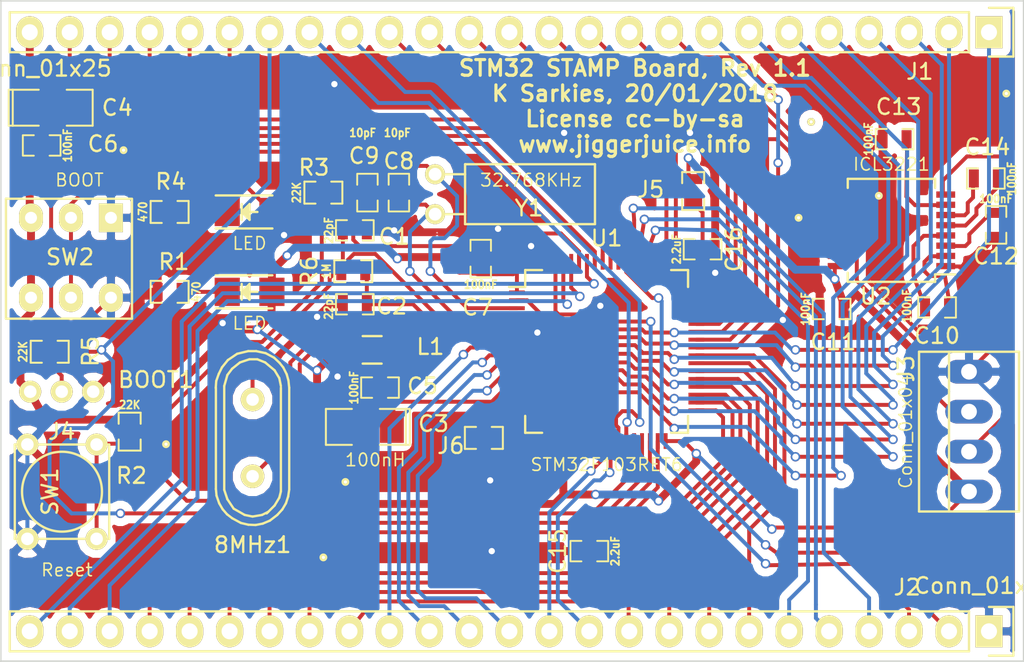
<source format=kicad_pcb>
(kicad_pcb (version 4) (host pcbnew 4.0.7-e2-6376~58~ubuntu14.04.1)
  (layers (0 F.Cu signal hide) (31 B.Cu signal hide) (34 B.Paste user hide) (35 F.Paste user hide) (36 B.SilkS user) (37 F.SilkS user) (38 B.Mask user) (39 F.Mask user) (44 Edge.Cuts user))
  (net 0 "")
  (net 1 Earth)
  (net 2 "Net-(C3-Pad1)")
  (net 3 3.3V)
  (net 4 "Net-(C8-Pad1)")
  (net 5 "Net-(C9-Pad1)")
  (net 6 "Net-(C10-Pad1)")
  (net 7 "Net-(C10-Pad2)")
  (net 8 "Net-(C12-Pad1)")
  (net 9 "Net-(C13-Pad2)")
  (net 10 "Net-(C14-Pad1)")
  (net 11 "Net-(C14-Pad2)")
  (net 12 "Net-(D1-Pad1)")
  (net 13 "Net-(D2-Pad2)")
  (net 14 "Net-(D2-Pad1)")
  (net 15 PA0)
  (net 16 PA1)
  (net 17 PA2)
  (net 18 PA3)
  (net 19 PA4)
  (net 20 PA5)
  (net 21 PA6)
  (net 22 PA7)
  (net 23 PA8)
  (net 24 PA9)
  (net 25 PA10)
  (net 26 PA11)
  (net 27 PA12)
  (net 28 PA13)
  (net 29 PA14)
  (net 30 PA15)
  (net 31 PB0)
  (net 32 PB1)
  (net 33 PB2)
  (net 34 PB3)
  (net 35 PB4)
  (net 36 PB5)
  (net 37 PB6)
  (net 38 RESET)
  (net 39 PD2)
  (net 40 PC13)
  (net 41 PC12)
  (net 42 PC11)
  (net 43 PC10)
  (net 44 PC9)
  (net 45 PC8)
  (net 46 PC7)
  (net 47 PC6)
  (net 48 PC5)
  (net 49 PC4)
  (net 50 PC3)
  (net 51 PC2)
  (net 52 PC1)
  (net 53 PC0)
  (net 54 PB15)
  (net 55 PB14)
  (net 56 PB13)
  (net 57 PB12)
  (net 58 PB11)
  (net 59 PB10)
  (net 60 PB9)
  (net 61 PB8)
  (net 62 PB7)
  (net 63 "Net-(J3-Pad2)")
  (net 64 Boot0)
  (net 65 "Net-(U2-Pad10)")
  (net 66 "Net-(J3-Pad3)")
  (net 67 "Net-(J4-Pad2)")
  (net 68 "Net-(C15-Pad1)")
  (net 69 "Net-(C16-Pad1)")
  (net 70 "Net-(8MHz1-Pad1)")
  (net 71 "Net-(8MHz1-Pad2)")
  (net 72 "Net-(J5-Pad1)")
  (net 73 "Net-(J6-Pad1)")
  (module stamp-stm32f:Crystal_HC49-U_Vertical (layer F.Cu) (at 131 102 270)
    (fp_text reference 8MHz1 (at 6.8 0 360) (layer F.SilkS))
    (fp_text value 8MHz)
    (pad 1 thru_hole circle (at -2.44094 0 270) (size 1.50114 1.50114) (drill 0.8001) (layers *.Cu *.Mask F.SilkS) (net 70 "Net-(8MHz1-Pad1)"))
    (pad 2 thru_hole circle (at 2.44094 0 270) (size 1.50114 1.50114) (drill 0.8001) (layers *.Cu *.Mask F.SilkS) (net 71 "Net-(8MHz1-Pad2)"))
  )
  (module stamp-stm32f:SM0603_Capa (layer F.Cu) (at 137.5 88.8)
    (fp_text reference C1 (at 2.5 0.4 180) (layer F.SilkS))
    (fp_text value 22pF (at -1.651 0 90) (layer F.SilkS) (effects (font (size 0.508 0.4572) (thickness 0.1143))))
    (pad 1 smd rect (at -0.762 0) (size 0.635 1.143) (layers F.Cu F.Paste F.Mask) (net 70 "Net-(8MHz1-Pad1)"))
    (pad 2 smd rect (at 0.762 0) (size 0.635 1.143) (layers F.Cu F.Paste F.Mask) (net 1 Earth))
  )
  (module stamp-stm32f:SM0603_Capa (layer F.Cu) (at 137.5 93.5 180)
    (fp_text reference C2 (at -2.34 -0.13 360) (layer F.SilkS))
    (fp_text value 22pF (at 1.66 -0.13 270) (layer F.SilkS) (effects (font (size 0.508 0.4572) (thickness 0.1143))))
    (pad 1 smd rect (at -0.762 0 180) (size 0.635 1.143) (layers F.Cu F.Paste F.Mask) (net 71 "Net-(8MHz1-Pad2)"))
    (pad 2 smd rect (at 0.762 0 180) (size 0.635 1.143) (layers F.Cu F.Paste F.Mask) (net 1 Earth))
  )
  (module stamp-stm32f:SM1206POL (layer F.Cu) (at 138.2 101.3 180)
    (fp_text reference C3 (at -4.3 0.2 360) (layer F.SilkS))
    (fp_text value 10uF hide)
    (pad 1 smd rect (at -1.651 0 180) (size 1.524 2.032) (layers F.Cu F.Paste F.Mask) (net 2 "Net-(C3-Pad1)"))
    (pad 2 smd rect (at 1.651 0 180) (size 1.524 2.032) (layers F.Cu F.Paste F.Mask) (net 1 Earth))
  )
  (module stamp-stm32f:SM1206POL (layer F.Cu) (at 118.3 81)
    (fp_text reference C4 (at 4.1 0 180) (layer F.SilkS))
    (fp_text value 10uF hide)
    (pad 1 smd rect (at -1.651 0) (size 1.524 2.032) (layers F.Cu F.Paste F.Mask) (net 3 3.3V))
    (pad 2 smd rect (at 1.651 0) (size 1.524 2.032) (layers F.Cu F.Paste F.Mask) (net 1 Earth))
  )
  (module stamp-stm32f:SM0603_Capa (layer F.Cu) (at 139.1 98.8)
    (fp_text reference C5 (at 2.7 -0.1 180) (layer F.SilkS))
    (fp_text value 100nF (at -1.651 0 90) (layer F.SilkS) (effects (font (size 0.508 0.4572) (thickness 0.1143))))
    (pad 1 smd rect (at -0.762 0) (size 0.635 1.143) (layers F.Cu F.Paste F.Mask) (net 1 Earth))
    (pad 2 smd rect (at 0.762 0) (size 0.635 1.143) (layers F.Cu F.Paste F.Mask) (net 2 "Net-(C3-Pad1)"))
  )
  (module stamp-stm32f:SM0603_Capa (layer F.Cu) (at 117.6 83.4 180)
    (fp_text reference C6 (at -3.9 0.1 360) (layer F.SilkS))
    (fp_text value 100nF (at -1.651 0 270) (layer F.SilkS) (effects (font (size 0.508 0.4572) (thickness 0.1143))))
    (pad 1 smd rect (at -0.762 0 180) (size 0.635 1.143) (layers F.Cu F.Paste F.Mask) (net 1 Earth))
    (pad 2 smd rect (at 0.762 0 180) (size 0.635 1.143) (layers F.Cu F.Paste F.Mask) (net 3 3.3V))
  )
  (module stamp-stm32f:SM0603_Capa (layer F.Cu) (at 145.5 90.6 90)
    (fp_text reference C7 (at -3.1 -0.2 180) (layer F.SilkS))
    (fp_text value 100nF (at -1.651 0 180) (layer F.SilkS) (effects (font (size 0.508 0.4572) (thickness 0.1143))))
    (pad 1 smd rect (at -0.762 0 90) (size 0.635 1.143) (layers F.Cu F.Paste F.Mask) (net 3 3.3V))
    (pad 2 smd rect (at 0.762 0 90) (size 0.635 1.143) (layers F.Cu F.Paste F.Mask) (net 1 Earth))
  )
  (module stamp-stm32f:SM0603_Capa (layer F.Cu) (at 140.3 86.4 90)
    (fp_text reference C8 (at 2 0 180) (layer F.SilkS))
    (fp_text value 10pF (at 3.8 -0.1 180) (layer F.SilkS) (effects (font (size 0.508 0.4572) (thickness 0.1143))))
    (pad 1 smd rect (at -0.762 0 90) (size 0.635 1.143) (layers F.Cu F.Paste F.Mask) (net 4 "Net-(C8-Pad1)"))
    (pad 2 smd rect (at 0.762 0 90) (size 0.635 1.143) (layers F.Cu F.Paste F.Mask) (net 1 Earth))
  )
  (module stamp-stm32f:SM0603_Capa (layer F.Cu) (at 138.3 86.4 270)
    (fp_text reference C9 (at -2.34 0.21 360) (layer F.SilkS))
    (fp_text value 10pF (at -3.8 0.3 360) (layer F.SilkS) (effects (font (size 0.508 0.4572) (thickness 0.1143))))
    (pad 1 smd rect (at -0.762 0 270) (size 0.635 1.143) (layers F.Cu F.Paste F.Mask) (net 5 "Net-(C9-Pad1)"))
    (pad 2 smd rect (at 0.762 0 270) (size 0.635 1.143) (layers F.Cu F.Paste F.Mask) (net 1 Earth))
  )
  (module stamp-stm32f:SM0603_Capa (layer F.Cu) (at 174.5 93.7 180)
    (fp_text reference C10 (at 0 -1.8 360) (layer F.SilkS))
    (fp_text value 100nF (at 1.91 0.09 270) (layer F.SilkS) (effects (font (size 0.508 0.4572) (thickness 0.1143))))
    (pad 1 smd rect (at -0.762 0 180) (size 0.635 1.143) (layers F.Cu F.Paste F.Mask) (net 6 "Net-(C10-Pad1)"))
    (pad 2 smd rect (at 0.762 0 180) (size 0.635 1.143) (layers F.Cu F.Paste F.Mask) (net 7 "Net-(C10-Pad2)"))
  )
  (module stamp-stm32f:SM0603_Capa (layer F.Cu) (at 167.8 93.8)
    (fp_text reference C11 (at 0.1 2.1 180) (layer F.SilkS))
    (fp_text value 100nF (at -1.651 0 90) (layer F.SilkS) (effects (font (size 0.508 0.4572) (thickness 0.1143))))
    (pad 1 smd rect (at -0.762 0) (size 0.635 1.143) (layers F.Cu F.Paste F.Mask) (net 1 Earth))
    (pad 2 smd rect (at 0.762 0) (size 0.635 1.143) (layers F.Cu F.Paste F.Mask) (net 3 3.3V))
  )
  (module stamp-stm32f:SM0603_Capa (layer F.Cu) (at 178.25 88.45 270)
    (fp_text reference C12 (at 2 0 360) (layer F.SilkS))
    (fp_text value 100nF (at -1.651 0 360) (layer F.SilkS) (effects (font (size 0.508 0.4572) (thickness 0.1143))))
    (pad 1 smd rect (at -0.762 0 270) (size 0.635 1.143) (layers F.Cu F.Paste F.Mask) (net 8 "Net-(C12-Pad1)"))
    (pad 2 smd rect (at 0.762 0 270) (size 0.635 1.143) (layers F.Cu F.Paste F.Mask) (net 1 Earth))
  )
  (module stamp-stm32f:SM0603_Capa (layer F.Cu) (at 171.8 83)
    (fp_text reference C13 (at 0.26 -2.06 180) (layer F.SilkS))
    (fp_text value 100nF (at -1.651 0 90) (layer F.SilkS) (effects (font (size 0.508 0.4572) (thickness 0.1143))))
    (pad 1 smd rect (at -0.762 0) (size 0.635 1.143) (layers F.Cu F.Paste F.Mask) (net 1 Earth))
    (pad 2 smd rect (at 0.762 0) (size 0.635 1.143) (layers F.Cu F.Paste F.Mask) (net 9 "Net-(C13-Pad2)"))
  )
  (module stamp-stm32f:SM0603_Capa (layer F.Cu) (at 177.6 85.5 180)
    (fp_text reference C14 (at -0.1 2 360) (layer F.SilkS))
    (fp_text value 100nF (at -1.651 0 270) (layer F.SilkS) (effects (font (size 0.508 0.4572) (thickness 0.1143))))
    (pad 1 smd rect (at -0.762 0 180) (size 0.635 1.143) (layers F.Cu F.Paste F.Mask) (net 10 "Net-(C14-Pad1)"))
    (pad 2 smd rect (at 0.762 0 180) (size 0.635 1.143) (layers F.Cu F.Paste F.Mask) (net 11 "Net-(C14-Pad2)"))
  )
  (module stamp-stm32f:LED_1206 (layer F.Cu) (at 130.81 92.71)
    (fp_text reference D1)
    (fp_text value LED (at 0 2) (layer F.SilkS) (effects (font (size 0.8 0.8) (thickness 0.1))))
    (pad 2 smd rect (at 1.41986 0 180) (size 1.59766 1.80086) (layers F.Cu F.Paste F.Mask) (net 3 3.3V))
    (pad 1 smd rect (at -1.41986 0 180) (size 1.59766 1.80086) (layers F.Cu F.Paste F.Mask) (net 12 "Net-(D1-Pad1)"))
  )
  (module stamp-stm32f:LED_1206 (layer F.Cu) (at 130.81 87.63)
    (fp_text reference D2)
    (fp_text value LED (at 0 2) (layer F.SilkS) (effects (font (size 0.8 0.8) (thickness 0.1))))
    (pad 2 smd rect (at 1.41986 0 180) (size 1.59766 1.80086) (layers F.Cu F.Paste F.Mask) (net 13 "Net-(D2-Pad2)"))
    (pad 1 smd rect (at -1.41986 0 180) (size 1.59766 1.80086) (layers F.Cu F.Paste F.Mask) (net 14 "Net-(D2-Pad1)"))
  )
  (module stamp-stm32f:Pin_Header_Straight_1x25 (layer F.Cu) (at 177.8 76.2 270)
    (fp_text reference J1 (at 2.5 4.4 360) (layer F.SilkS))
    (fp_text value Conn_01x25 (at 2.3 60.3 360) (layer F.SilkS))
    (pad 1 thru_hole rect (at 0 0 270) (size 2.032 1.7272) (drill 1.016) (layers *.Cu *.Mask F.SilkS) (net 15 PA0))
    (pad 2 thru_hole oval (at 0 2.54 270) (size 2.032 1.7272) (drill 1.016) (layers *.Cu *.Mask F.SilkS) (net 16 PA1))
    (pad 3 thru_hole oval (at 0 5.08 270) (size 2.032 1.7272) (drill 1.016) (layers *.Cu *.Mask F.SilkS) (net 17 PA2))
    (pad 4 thru_hole oval (at 0 7.62 270) (size 2.032 1.7272) (drill 1.016) (layers *.Cu *.Mask F.SilkS) (net 18 PA3))
    (pad 5 thru_hole oval (at 0 10.16 270) (size 2.032 1.7272) (drill 1.016) (layers *.Cu *.Mask F.SilkS) (net 19 PA4))
    (pad 6 thru_hole oval (at 0 12.7 270) (size 2.032 1.7272) (drill 1.016) (layers *.Cu *.Mask F.SilkS) (net 20 PA5))
    (pad 7 thru_hole oval (at 0 15.24 270) (size 2.032 1.7272) (drill 1.016) (layers *.Cu *.Mask F.SilkS) (net 21 PA6))
    (pad 8 thru_hole oval (at 0 17.78 270) (size 2.032 1.7272) (drill 1.016) (layers *.Cu *.Mask F.SilkS) (net 22 PA7))
    (pad 9 thru_hole oval (at 0 20.32 270) (size 2.032 1.7272) (drill 1.016) (layers *.Cu *.Mask F.SilkS) (net 23 PA8))
    (pad 10 thru_hole oval (at 0 22.86 270) (size 2.032 1.7272) (drill 1.016) (layers *.Cu *.Mask F.SilkS) (net 24 PA9))
    (pad 11 thru_hole oval (at 0 25.4 270) (size 2.032 1.7272) (drill 1.016) (layers *.Cu *.Mask F.SilkS) (net 25 PA10))
    (pad 12 thru_hole oval (at 0 27.94 270) (size 2.032 1.7272) (drill 1.016) (layers *.Cu *.Mask F.SilkS) (net 26 PA11))
    (pad 13 thru_hole oval (at 0 30.48 270) (size 2.032 1.7272) (drill 1.016) (layers *.Cu *.Mask F.SilkS) (net 27 PA12))
    (pad 14 thru_hole oval (at 0 33.02 270) (size 2.032 1.7272) (drill 1.016) (layers *.Cu *.Mask F.SilkS) (net 28 PA13))
    (pad 15 thru_hole oval (at 0 35.56 270) (size 2.032 1.7272) (drill 1.016) (layers *.Cu *.Mask F.SilkS) (net 29 PA14))
    (pad 16 thru_hole oval (at 0 38.1 270) (size 2.032 1.7272) (drill 1.016) (layers *.Cu *.Mask F.SilkS) (net 30 PA15))
    (pad 17 thru_hole oval (at 0 40.64 270) (size 2.032 1.7272) (drill 1.016) (layers *.Cu *.Mask F.SilkS) (net 31 PB0))
    (pad 18 thru_hole oval (at 0 43.18 270) (size 2.032 1.7272) (drill 1.016) (layers *.Cu *.Mask F.SilkS) (net 32 PB1))
    (pad 19 thru_hole oval (at 0 45.72 270) (size 2.032 1.7272) (drill 1.016) (layers *.Cu *.Mask F.SilkS) (net 33 PB2))
    (pad 20 thru_hole oval (at 0 48.26 270) (size 2.032 1.7272) (drill 1.016) (layers *.Cu *.Mask F.SilkS) (net 34 PB3))
    (pad 21 thru_hole oval (at 0 50.8 270) (size 2.032 1.7272) (drill 1.016) (layers *.Cu *.Mask F.SilkS) (net 35 PB4))
    (pad 22 thru_hole oval (at 0 53.34 270) (size 2.032 1.7272) (drill 1.016) (layers *.Cu *.Mask F.SilkS) (net 36 PB5))
    (pad 23 thru_hole oval (at 0 55.88 270) (size 2.032 1.7272) (drill 1.016) (layers *.Cu *.Mask F.SilkS) (net 37 PB6))
    (pad 24 thru_hole oval (at 0 58.42 270) (size 2.032 1.7272) (drill 1.016) (layers *.Cu *.Mask F.SilkS) (net 38 RESET))
    (pad 25 thru_hole oval (at 0 60.96 270) (size 2.032 1.7272) (drill 1.016) (layers *.Cu *.Mask F.SilkS) (net 3 3.3V))
  )
  (module stamp-stm32f:Pin_Header_Straight_1x25 (layer F.Cu) (at 177.8 114.3 270)
    (fp_text reference J2 (at -2.8 5.2 360) (layer F.SilkS))
    (fp_text value Conn_01x25 (at -2.9 0.2 360) (layer F.SilkS))
    (pad 1 thru_hole rect (at 0 0 270) (size 2.032 1.7272) (drill 1.016) (layers *.Cu *.Mask F.SilkS) (net 1 Earth))
    (pad 2 thru_hole oval (at 0 2.54 270) (size 2.032 1.7272) (drill 1.016) (layers *.Cu *.Mask F.SilkS) (net 39 PD2))
    (pad 3 thru_hole oval (at 0 5.08 270) (size 2.032 1.7272) (drill 1.016) (layers *.Cu *.Mask F.SilkS) (net 40 PC13))
    (pad 4 thru_hole oval (at 0 7.62 270) (size 2.032 1.7272) (drill 1.016) (layers *.Cu *.Mask F.SilkS) (net 41 PC12))
    (pad 5 thru_hole oval (at 0 10.16 270) (size 2.032 1.7272) (drill 1.016) (layers *.Cu *.Mask F.SilkS) (net 42 PC11))
    (pad 6 thru_hole oval (at 0 12.7 270) (size 2.032 1.7272) (drill 1.016) (layers *.Cu *.Mask F.SilkS) (net 43 PC10))
    (pad 7 thru_hole oval (at 0 15.24 270) (size 2.032 1.7272) (drill 1.016) (layers *.Cu *.Mask F.SilkS) (net 44 PC9))
    (pad 8 thru_hole oval (at 0 17.78 270) (size 2.032 1.7272) (drill 1.016) (layers *.Cu *.Mask F.SilkS) (net 45 PC8))
    (pad 9 thru_hole oval (at 0 20.32 270) (size 2.032 1.7272) (drill 1.016) (layers *.Cu *.Mask F.SilkS) (net 46 PC7))
    (pad 10 thru_hole oval (at 0 22.86 270) (size 2.032 1.7272) (drill 1.016) (layers *.Cu *.Mask F.SilkS) (net 47 PC6))
    (pad 11 thru_hole oval (at 0 25.4 270) (size 2.032 1.7272) (drill 1.016) (layers *.Cu *.Mask F.SilkS) (net 48 PC5))
    (pad 12 thru_hole oval (at 0 27.94 270) (size 2.032 1.7272) (drill 1.016) (layers *.Cu *.Mask F.SilkS) (net 49 PC4))
    (pad 13 thru_hole oval (at 0 30.48 270) (size 2.032 1.7272) (drill 1.016) (layers *.Cu *.Mask F.SilkS) (net 50 PC3))
    (pad 14 thru_hole oval (at 0 33.02 270) (size 2.032 1.7272) (drill 1.016) (layers *.Cu *.Mask F.SilkS) (net 51 PC2))
    (pad 15 thru_hole oval (at 0 35.56 270) (size 2.032 1.7272) (drill 1.016) (layers *.Cu *.Mask F.SilkS) (net 52 PC1))
    (pad 16 thru_hole oval (at 0 38.1 270) (size 2.032 1.7272) (drill 1.016) (layers *.Cu *.Mask F.SilkS) (net 53 PC0))
    (pad 17 thru_hole oval (at 0 40.64 270) (size 2.032 1.7272) (drill 1.016) (layers *.Cu *.Mask F.SilkS) (net 54 PB15))
    (pad 18 thru_hole oval (at 0 43.18 270) (size 2.032 1.7272) (drill 1.016) (layers *.Cu *.Mask F.SilkS) (net 55 PB14))
    (pad 19 thru_hole oval (at 0 45.72 270) (size 2.032 1.7272) (drill 1.016) (layers *.Cu *.Mask F.SilkS) (net 56 PB13))
    (pad 20 thru_hole oval (at 0 48.26 270) (size 2.032 1.7272) (drill 1.016) (layers *.Cu *.Mask F.SilkS) (net 57 PB12))
    (pad 21 thru_hole oval (at 0 50.8 270) (size 2.032 1.7272) (drill 1.016) (layers *.Cu *.Mask F.SilkS) (net 58 PB11))
    (pad 22 thru_hole oval (at 0 53.34 270) (size 2.032 1.7272) (drill 1.016) (layers *.Cu *.Mask F.SilkS) (net 59 PB10))
    (pad 23 thru_hole oval (at 0 55.88 270) (size 2.032 1.7272) (drill 1.016) (layers *.Cu *.Mask F.SilkS) (net 60 PB9))
    (pad 24 thru_hole oval (at 0 58.42 270) (size 2.032 1.7272) (drill 1.016) (layers *.Cu *.Mask F.SilkS) (net 61 PB8))
    (pad 25 thru_hole oval (at 0 60.96 270) (size 2.032 1.7272) (drill 1.016) (layers *.Cu *.Mask F.SilkS) (net 62 PB7))
  )
  (module stamp-stm32f:R_0805 (layer F.Cu) (at 138.6 96.4)
    (fp_text reference L1 (at 3.7 -0.2) (layer F.SilkS))
    (fp_text value 100nH (at 0.2 7) (layer F.SilkS) (effects (font (size 0.8 0.8) (thickness 0.1))))
    (pad 1 smd rect (at -1.35 0) (size 1.5 1.3) (layers F.Cu F.Paste F.Mask) (net 3 3.3V))
    (pad 2 smd rect (at 1.35 0) (size 1.5 1.3) (layers F.Cu F.Paste F.Mask) (net 2 "Net-(C3-Pad1)"))
  )
  (module stamp-stm32f:SM0603_Resistor (layer F.Cu) (at 125.73 92.71 180)
    (fp_text reference R1 (at -0.27 1.91 360) (layer F.SilkS))
    (fp_text value 470 (at -1.69926 0 270) (layer F.SilkS) (effects (font (size 0.508 0.4572) (thickness 0.1143))))
    (pad 1 smd rect (at -0.762 0 180) (size 0.635 1.143) (layers F.Cu F.Paste F.Mask) (net 12 "Net-(D1-Pad1)"))
    (pad 2 smd rect (at 0.762 0 180) (size 0.635 1.143) (layers F.Cu F.Paste F.Mask) (net 1 Earth))
  )
  (module stamp-stm32f:SM0603_Resistor (layer F.Cu) (at 123.19 101.6 270)
    (fp_text reference R2 (at 2.8 -0.11 360) (layer F.SilkS))
    (fp_text value 22K (at -1.69926 0 360) (layer F.SilkS) (effects (font (size 0.508 0.4572) (thickness 0.1143))))
    (pad 1 smd rect (at -0.762 0 270) (size 0.635 1.143) (layers F.Cu F.Paste F.Mask) (net 3 3.3V))
    (pad 2 smd rect (at 0.762 0 270) (size 0.635 1.143) (layers F.Cu F.Paste F.Mask) (net 38 RESET))
  )
  (module stamp-stm32f:SM0603_Resistor (layer F.Cu) (at 135.5 86.4)
    (fp_text reference R3 (at -0.6 -1.6 180) (layer F.SilkS))
    (fp_text value 22K (at -1.69926 0 90) (layer F.SilkS) (effects (font (size 0.508 0.4572) (thickness 0.1143))))
    (pad 1 smd rect (at -0.762 0) (size 0.635 1.143) (layers F.Cu F.Paste F.Mask) (net 13 "Net-(D2-Pad2)"))
    (pad 2 smd rect (at 0.762 0) (size 0.635 1.143) (layers F.Cu F.Paste F.Mask) (net 64 Boot0))
  )
  (module stamp-stm32f:SM0603_Resistor (layer F.Cu) (at 125.73 87.63)
    (fp_text reference R4 (at 0.07 -1.93 180) (layer F.SilkS))
    (fp_text value 470 (at -1.69926 0 90) (layer F.SilkS) (effects (font (size 0.508 0.4572) (thickness 0.1143))))
    (pad 1 smd rect (at -0.762 0) (size 0.635 1.143) (layers F.Cu F.Paste F.Mask) (net 1 Earth))
    (pad 2 smd rect (at 0.762 0) (size 0.635 1.143) (layers F.Cu F.Paste F.Mask) (net 14 "Net-(D2-Pad1)"))
  )
  (module stamp-stm32f:SW_PUSH_TINY (layer F.Cu) (at 118.89 105.42 90)
    (fp_text reference SW1 (at 0 -0.762 90) (layer F.SilkS))
    (fp_text value Reset (at -4.98 0.31 180) (layer F.SilkS) (effects (font (size 0.8 0.8) (thickness 0.1))))
    (pad 1 thru_hole circle (at 3 -2.2 90) (size 1.397 1.397) (drill 0.8) (layers *.Cu *.Mask F.SilkS) (net 1 Earth))
    (pad 2 thru_hole circle (at 3 2.2 90) (size 1.397 1.397) (drill 0.8) (layers *.Cu *.Mask F.SilkS) (net 38 RESET))
    (pad 1 thru_hole circle (at -3 -2.2 90) (size 1.397 1.397) (drill 0.8) (layers *.Cu *.Mask F.SilkS) (net 1 Earth))
    (pad 2 thru_hole circle (at -3 2.2 90) (size 1.397 1.397) (drill 0.8) (layers *.Cu *.Mask F.SilkS) (net 38 RESET))
  )
  (module stamp-stm32f:LQFP-64_10x10mm_Pitch0.5mm (layer F.Cu) (at 153.5 96.5)
    (fp_text reference U1 (at 0 -7.2) (layer F.SilkS))
    (fp_text value STM32F103RET6 (at 0 7.2) (layer F.SilkS) (effects (font (size 0.8 0.8) (thickness 0.1))))
    (pad 1 smd rect (at -5.7 -3.75) (size 1 0.25) (layers F.Cu F.Paste F.Mask) (net 3 3.3V))
    (pad 2 smd rect (at -5.7 -3.25) (size 1 0.25) (layers F.Cu F.Paste F.Mask) (net 40 PC13))
    (pad 3 smd rect (at -5.7 -2.75) (size 1 0.25) (layers F.Cu F.Paste F.Mask) (net 5 "Net-(C9-Pad1)"))
    (pad 4 smd rect (at -5.7 -2.25) (size 1 0.25) (layers F.Cu F.Paste F.Mask) (net 4 "Net-(C8-Pad1)"))
    (pad 5 smd rect (at -5.7 -1.75) (size 1 0.25) (layers F.Cu F.Paste F.Mask) (net 70 "Net-(8MHz1-Pad1)"))
    (pad 6 smd rect (at -5.7 -1.25) (size 1 0.25) (layers F.Cu F.Paste F.Mask) (net 71 "Net-(8MHz1-Pad2)"))
    (pad 7 smd rect (at -5.7 -0.75) (size 1 0.25) (layers F.Cu F.Paste F.Mask) (net 38 RESET))
    (pad 8 smd rect (at -5.7 -0.25) (size 1 0.25) (layers F.Cu F.Paste F.Mask) (net 53 PC0))
    (pad 9 smd rect (at -5.7 0.25) (size 1 0.25) (layers F.Cu F.Paste F.Mask) (net 52 PC1))
    (pad 10 smd rect (at -5.7 0.75) (size 1 0.25) (layers F.Cu F.Paste F.Mask) (net 51 PC2))
    (pad 11 smd rect (at -5.7 1.25) (size 1 0.25) (layers F.Cu F.Paste F.Mask) (net 50 PC3))
    (pad 12 smd rect (at -5.7 1.75) (size 1 0.25) (layers F.Cu F.Paste F.Mask) (net 1 Earth))
    (pad 13 smd rect (at -5.7 2.25) (size 1 0.25) (layers F.Cu F.Paste F.Mask) (net 2 "Net-(C3-Pad1)"))
    (pad 14 smd rect (at -5.7 2.75) (size 1 0.25) (layers F.Cu F.Paste F.Mask) (net 15 PA0))
    (pad 15 smd rect (at -5.7 3.25) (size 1 0.25) (layers F.Cu F.Paste F.Mask) (net 16 PA1))
    (pad 16 smd rect (at -5.7 3.75) (size 1 0.25) (layers F.Cu F.Paste F.Mask) (net 17 PA2))
    (pad 17 smd rect (at -3.75 5.7 90) (size 1 0.25) (layers F.Cu F.Paste F.Mask) (net 18 PA3))
    (pad 18 smd rect (at -3.25 5.7 90) (size 1 0.25) (layers F.Cu F.Paste F.Mask) (net 73 "Net-(J6-Pad1)"))
    (pad 19 smd rect (at -2.75 5.7 90) (size 1 0.25) (layers F.Cu F.Paste F.Mask) (net 3 3.3V))
    (pad 20 smd rect (at -2.25 5.7 90) (size 1 0.25) (layers F.Cu F.Paste F.Mask) (net 19 PA4))
    (pad 21 smd rect (at -1.75 5.7 90) (size 1 0.25) (layers F.Cu F.Paste F.Mask) (net 20 PA5))
    (pad 22 smd rect (at -1.25 5.7 90) (size 1 0.25) (layers F.Cu F.Paste F.Mask) (net 21 PA6))
    (pad 23 smd rect (at -0.75 5.7 90) (size 1 0.25) (layers F.Cu F.Paste F.Mask) (net 22 PA7))
    (pad 24 smd rect (at -0.25 5.7 90) (size 1 0.25) (layers F.Cu F.Paste F.Mask) (net 49 PC4))
    (pad 25 smd rect (at 0.25 5.7 90) (size 1 0.25) (layers F.Cu F.Paste F.Mask) (net 48 PC5))
    (pad 26 smd rect (at 0.75 5.7 90) (size 1 0.25) (layers F.Cu F.Paste F.Mask) (net 31 PB0))
    (pad 27 smd rect (at 1.25 5.7 90) (size 1 0.25) (layers F.Cu F.Paste F.Mask) (net 32 PB1))
    (pad 28 smd rect (at 1.75 5.7 90) (size 1 0.25) (layers F.Cu F.Paste F.Mask) (net 33 PB2))
    (pad 29 smd rect (at 2.25 5.7 90) (size 1 0.25) (layers F.Cu F.Paste F.Mask) (net 59 PB10))
    (pad 30 smd rect (at 2.75 5.7 90) (size 1 0.25) (layers F.Cu F.Paste F.Mask) (net 58 PB11))
    (pad 31 smd rect (at 3.25 5.7 90) (size 1 0.25) (layers F.Cu F.Paste F.Mask) (net 68 "Net-(C15-Pad1)"))
    (pad 32 smd rect (at 3.75 5.7 90) (size 1 0.25) (layers F.Cu F.Paste F.Mask) (net 3 3.3V))
    (pad 33 smd rect (at 5.7 3.75) (size 1 0.25) (layers F.Cu F.Paste F.Mask) (net 57 PB12))
    (pad 34 smd rect (at 5.7 3.25) (size 1 0.25) (layers F.Cu F.Paste F.Mask) (net 56 PB13))
    (pad 35 smd rect (at 5.7 2.75) (size 1 0.25) (layers F.Cu F.Paste F.Mask) (net 55 PB14))
    (pad 36 smd rect (at 5.7 2.25) (size 1 0.25) (layers F.Cu F.Paste F.Mask) (net 54 PB15))
    (pad 37 smd rect (at 5.7 1.75) (size 1 0.25) (layers F.Cu F.Paste F.Mask) (net 47 PC6))
    (pad 38 smd rect (at 5.7 1.25) (size 1 0.25) (layers F.Cu F.Paste F.Mask) (net 46 PC7))
    (pad 39 smd rect (at 5.7 0.75) (size 1 0.25) (layers F.Cu F.Paste F.Mask) (net 45 PC8))
    (pad 40 smd rect (at 5.7 0.25) (size 1 0.25) (layers F.Cu F.Paste F.Mask) (net 44 PC9))
    (pad 41 smd rect (at 5.7 -0.25) (size 1 0.25) (layers F.Cu F.Paste F.Mask) (net 23 PA8))
    (pad 42 smd rect (at 5.7 -0.75) (size 1 0.25) (layers F.Cu F.Paste F.Mask) (net 24 PA9))
    (pad 43 smd rect (at 5.7 -1.25) (size 1 0.25) (layers F.Cu F.Paste F.Mask) (net 25 PA10))
    (pad 44 smd rect (at 5.7 -1.75) (size 1 0.25) (layers F.Cu F.Paste F.Mask) (net 26 PA11))
    (pad 45 smd rect (at 5.7 -2.25) (size 1 0.25) (layers F.Cu F.Paste F.Mask) (net 27 PA12))
    (pad 46 smd rect (at 5.7 -2.75) (size 1 0.25) (layers F.Cu F.Paste F.Mask) (net 28 PA13))
    (pad 47 smd rect (at 5.7 -3.25) (size 1 0.25) (layers F.Cu F.Paste F.Mask) (net 69 "Net-(C16-Pad1)"))
    (pad 48 smd rect (at 5.7 -3.75) (size 1 0.25) (layers F.Cu F.Paste F.Mask) (net 72 "Net-(J5-Pad1)"))
    (pad 49 smd rect (at 3.75 -5.7 90) (size 1 0.25) (layers F.Cu F.Paste F.Mask) (net 29 PA14))
    (pad 50 smd rect (at 3.25 -5.7 90) (size 1 0.25) (layers F.Cu F.Paste F.Mask) (net 30 PA15))
    (pad 51 smd rect (at 2.75 -5.7 90) (size 1 0.25) (layers F.Cu F.Paste F.Mask) (net 43 PC10))
    (pad 52 smd rect (at 2.25 -5.7 90) (size 1 0.25) (layers F.Cu F.Paste F.Mask) (net 42 PC11))
    (pad 53 smd rect (at 1.75 -5.7 90) (size 1 0.25) (layers F.Cu F.Paste F.Mask) (net 41 PC12))
    (pad 54 smd rect (at 1.25 -5.7 90) (size 1 0.25) (layers F.Cu F.Paste F.Mask) (net 39 PD2))
    (pad 55 smd rect (at 0.75 -5.7 90) (size 1 0.25) (layers F.Cu F.Paste F.Mask) (net 34 PB3))
    (pad 56 smd rect (at 0.25 -5.7 90) (size 1 0.25) (layers F.Cu F.Paste F.Mask) (net 35 PB4))
    (pad 57 smd rect (at -0.25 -5.7 90) (size 1 0.25) (layers F.Cu F.Paste F.Mask) (net 36 PB5))
    (pad 58 smd rect (at -0.75 -5.7 90) (size 1 0.25) (layers F.Cu F.Paste F.Mask) (net 37 PB6))
    (pad 59 smd rect (at -1.25 -5.7 90) (size 1 0.25) (layers F.Cu F.Paste F.Mask) (net 62 PB7))
    (pad 60 smd rect (at -1.75 -5.7 90) (size 1 0.25) (layers F.Cu F.Paste F.Mask) (net 64 Boot0))
    (pad 61 smd rect (at -2.25 -5.7 90) (size 1 0.25) (layers F.Cu F.Paste F.Mask) (net 61 PB8))
    (pad 62 smd rect (at -2.75 -5.7 90) (size 1 0.25) (layers F.Cu F.Paste F.Mask) (net 60 PB9))
    (pad 63 smd rect (at -3.25 -5.7 90) (size 1 0.25) (layers F.Cu F.Paste F.Mask) (net 1 Earth))
    (pad 64 smd rect (at -3.75 -5.7 90) (size 1 0.25) (layers F.Cu F.Paste F.Mask) (net 3 3.3V))
  )
  (module stamp-stm32f:Crystal_Watch (layer F.Cu) (at 142.6 86.5 90)
    (fp_text reference Y1 (at -0.889 5.969 180) (layer F.SilkS))
    (fp_text value 32.768KHz (at 0.889 6.096 180) (layer F.SilkS) (effects (font (size 0.8 0.8) (thickness 0.1))))
    (pad 1 thru_hole circle (at -1.27 0 90) (size 1.27 1.27) (drill 0.8128) (layers *.Cu *.Mask F.SilkS) (net 4 "Net-(C8-Pad1)"))
    (pad 2 thru_hole circle (at 1.27 0 90) (size 1.27 1.27) (drill 0.8128) (layers *.Cu *.Mask F.SilkS) (net 5 "Net-(C9-Pad1)"))
  )
  (module stamp-stm32f:PINHEAD1-4 (layer F.Cu) (at 176.53 101.6 90)
    (fp_text reference J3 (at 4 -4 90) (layer F.SilkS))
    (fp_text value Conn_01x04 (at 0 -4.03 90) (layer F.SilkS) (effects (font (size 0.8 0.8) (thickness 0.1))))
    (pad 4 thru_hole oval (at 3.81 0 90) (size 1.50622 3.01498) (drill 1) (layers *.Cu *.Mask) (net 1 Earth))
    (pad 1 thru_hole oval (at -3.81 0 90) (size 1.50622 3.01498) (drill 1) (layers *.Cu *.Mask) (net 3 3.3V))
    (pad 2 thru_hole oval (at -1.27 0 90) (size 1.50622 3.01498) (drill 1) (layers *.Cu *.Mask) (net 63 "Net-(J3-Pad2)"))
    (pad 3 thru_hole oval (at 1.27 0 90) (size 1.50622 3.01498) (drill 1) (layers *.Cu *.Mask) (net 66 "Net-(J3-Pad3)"))
  )
  (module stamp-stm32f:pin_header_2mm_1x3 (layer F.Cu) (at 118.87 99.06)
    (fp_text reference J4 (at 0 2.54) (layer F.SilkS))
    (fp_text value BOOT1 (at 5.99 -0.76) (layer F.SilkS))
    (pad 3 thru_hole circle (at 2 0) (size 1.4 1.4) (drill 0.8) (layers *.Cu *.Mask F.SilkS) (net 1 Earth))
    (pad 2 thru_hole circle (at 0 0) (size 1.4 1.4) (drill 0.8) (layers *.Cu *.Mask F.SilkS) (net 67 "Net-(J4-Pad2)"))
    (pad 1 thru_hole circle (at -2 0) (size 1.4 1.4) (drill 0.8) (layers *.Cu *.Mask F.SilkS) (net 3 3.3V))
  )
  (module stamp-stm32f:SM0603_Resistor (layer F.Cu) (at 118.11 96.52)
    (fp_text reference R5 (at 2.59 -0.02 90) (layer F.SilkS))
    (fp_text value 22K (at -1.69926 0 90) (layer F.SilkS) (effects (font (size 0.508 0.4572) (thickness 0.1143))))
    (pad 1 smd rect (at -0.762 0) (size 0.635 1.143) (layers F.Cu F.Paste F.Mask) (net 67 "Net-(J4-Pad2)"))
    (pad 2 smd rect (at 0.762 0) (size 0.635 1.143) (layers F.Cu F.Paste F.Mask) (net 33 PB2))
  )
  (module stamp-stm32f:SW_PB_DPDT (layer F.Cu) (at 122 88 180)
    (fp_text reference SW2 (at 2.6 -2.5 180) (layer F.SilkS))
    (fp_text value BOOT (at 2 2.4 180) (layer F.SilkS) (effects (font (size 0.8 0.8) (thickness 0.1))))
    (pad 1 thru_hole rect (at 0 0 180) (size 1.524 1.824) (drill 0.762) (layers *.Cu *.Mask F.SilkS) (net 1 Earth))
    (pad 4 thru_hole oval (at 0 -5.08 180) (size 1.524 1.824) (drill 0.762) (layers *.Cu *.Mask F.SilkS) (net 1 Earth))
    (pad 2 thru_hole oval (at 2.54 0 180) (size 1.524 1.824) (drill 0.762) (layers *.Cu *.Mask F.SilkS) (net 13 "Net-(D2-Pad2)"))
    (pad 5 thru_hole oval (at 2.54 -5.08 180) (size 1.524 1.824) (drill 0.762) (layers *.Cu *.Mask F.SilkS) (net 13 "Net-(D2-Pad2)"))
    (pad 3 thru_hole oval (at 5.08 0 180) (size 1.524 1.824) (drill 0.762) (layers *.Cu *.Mask F.SilkS) (net 3 3.3V))
    (pad 6 thru_hole oval (at 5.08 -5.08 180) (size 1.524 1.824) (drill 0.762) (layers *.Cu *.Mask F.SilkS) (net 3 3.3V))
  )
  (module stamp-stm32f:SM0603_Capa (layer F.Cu) (at 152.4 109.2 180)
    (fp_text reference C15 (at 2 0 270) (layer F.SilkS))
    (fp_text value 2.2uF (at -1.651 0 270) (layer F.SilkS) (effects (font (size 0.508 0.4572) (thickness 0.1143))))
    (pad 1 smd rect (at -0.762 0 180) (size 0.635 1.143) (layers F.Cu F.Paste F.Mask) (net 68 "Net-(C15-Pad1)"))
    (pad 2 smd rect (at 0.762 0 180) (size 0.635 1.143) (layers F.Cu F.Paste F.Mask) (net 1 Earth))
  )
  (module stamp-stm32f:SM0603_Capa (layer F.Cu) (at 159.6 90)
    (fp_text reference C16 (at 2 0 90) (layer F.SilkS))
    (fp_text value 2.2uF (at -1.651 0 90) (layer F.SilkS) (effects (font (size 0.508 0.4572) (thickness 0.1143))))
    (pad 1 smd rect (at -0.762 0) (size 0.635 1.143) (layers F.Cu F.Paste F.Mask) (net 69 "Net-(C16-Pad1)"))
    (pad 2 smd rect (at 0.762 0) (size 0.635 1.143) (layers F.Cu F.Paste F.Mask) (net 1 Earth))
  )
  (module stamp-stm32f:SSOP-16 (layer F.Cu) (at 171.6 88.8 180)
    (fp_text reference U2 (at 1 -4.2 180) (layer F.SilkS))
    (fp_text value ICL3221 (at 0 4.2 180) (layer F.SilkS) (effects (font (size 0.8 0.8) (thickness 0.1))))
    (pad 1 smd rect (at -3.45 -2.275 180) (size 1.2 0.4) (layers F.Cu F.Paste F.Mask) (net 1 Earth))
    (pad 2 smd rect (at -3.45 -1.625 180) (size 1.2 0.4) (layers F.Cu F.Paste F.Mask) (net 6 "Net-(C10-Pad1)"))
    (pad 3 smd rect (at -3.45 -0.975 180) (size 1.2 0.4) (layers F.Cu F.Paste F.Mask) (net 8 "Net-(C12-Pad1)"))
    (pad 4 smd rect (at -3.45 -0.325 180) (size 1.2 0.4) (layers F.Cu F.Paste F.Mask) (net 7 "Net-(C10-Pad2)"))
    (pad 5 smd rect (at -3.45 0.325 180) (size 1.2 0.4) (layers F.Cu F.Paste F.Mask) (net 10 "Net-(C14-Pad1)"))
    (pad 6 smd rect (at -3.45 0.975 180) (size 1.2 0.4) (layers F.Cu F.Paste F.Mask) (net 11 "Net-(C14-Pad2)"))
    (pad 7 smd rect (at -3.45 1.625 180) (size 1.2 0.4) (layers F.Cu F.Paste F.Mask) (net 9 "Net-(C13-Pad2)"))
    (pad 8 smd rect (at -3.45 2.275 180) (size 1.2 0.4) (layers F.Cu F.Paste F.Mask) (net 63 "Net-(J3-Pad2)"))
    (pad 9 smd rect (at 3.45 2.275 180) (size 1.2 0.4) (layers F.Cu F.Paste F.Mask) (net 25 PA10))
    (pad 10 smd rect (at 3.45 1.625 180) (size 1.2 0.4) (layers F.Cu F.Paste F.Mask) (net 65 "Net-(U2-Pad10)"))
    (pad 11 smd rect (at 3.45 0.975 180) (size 1.2 0.4) (layers F.Cu F.Paste F.Mask) (net 24 PA9))
    (pad 12 smd rect (at 3.45 0.325 180) (size 1.2 0.4) (layers F.Cu F.Paste F.Mask) (net 1 Earth))
    (pad 13 smd rect (at 3.45 -0.325 180) (size 1.2 0.4) (layers F.Cu F.Paste F.Mask) (net 66 "Net-(J3-Pad3)"))
    (pad 14 smd rect (at 3.45 -0.975 180) (size 1.2 0.4) (layers F.Cu F.Paste F.Mask) (net 1 Earth))
    (pad 15 smd rect (at 3.45 -1.625 180) (size 1.2 0.4) (layers F.Cu F.Paste F.Mask) (net 3 3.3V))
    (pad 16 smd rect (at 3.45 -2.275 180) (size 1.2 0.4) (layers F.Cu F.Paste F.Mask) (net 3 3.3V))
  )
  (module stamp-stm32f:SM0603_Resistor (layer F.Cu) (at 159 86.3 90)
    (fp_text reference J5 (at 0.1 -2.7 180) (layer F.SilkS))
    (fp_text value Jumper hide)
    (pad 1 smd rect (at -0.762 0 90) (size 0.635 1.143) (layers F.Cu F.Paste F.Mask) (net 72 "Net-(J5-Pad1)"))
    (pad 2 smd rect (at 0.762 0 90) (size 0.635 1.143) (layers F.Cu F.Paste F.Mask) (net 3 3.3V))
  )
  (module stamp-stm32f:SM0603_Resistor (layer F.Cu) (at 145.7 102 180)
    (fp_text reference J6 (at 2.1 -0.5 360) (layer F.SilkS))
    (fp_text value Jumper hide)
    (pad 1 smd rect (at -0.762 0 180) (size 0.635 1.143) (layers F.Cu F.Paste F.Mask) (net 73 "Net-(J6-Pad1)"))
    (pad 2 smd rect (at 0.762 0 180) (size 0.635 1.143) (layers F.Cu F.Paste F.Mask) (net 1 Earth))
  )
  (module stamp-stm32f:THROUGHVIA (layer F.Cu) (at 122.8 83.7)
    (fp_text reference J7 hide)
    (fp_text value Conn_01x01 hide)
    (pad 1 thru_hole circle (at 0 0) (size 0.5 0.5) (drill 0.2) (layers *.Cu *.Mask F.SilkS) (net 1 Earth))
  )
  (module stamp-stm32f:THROUGHVIA (layer F.Cu) (at 165.7 88)
    (fp_text reference J8 hide)
    (fp_text value Conn_01x01 hide)
    (pad 1 thru_hole circle (at 0 0) (size 0.5 0.5) (drill 0.2) (layers *.Cu *.Mask F.SilkS) (net 1 Earth))
  )
  (module stamp-stm32f:THROUGHVIA (layer F.Cu) (at 135.5 109.6)
    (fp_text reference J9 hide)
    (fp_text value Conn_01x01 hide)
    (pad 1 thru_hole circle (at 0 0) (size 0.5 0.5) (drill 0.2) (layers *.Cu *.Mask F.SilkS) (net 1 Earth))
  )
  (module stamp-stm32f:THROUGHVIA (layer F.Cu) (at 136.9 104.8)
    (fp_text reference J10 hide)
    (fp_text value Conn_01x01 hide)
    (pad 1 thru_hole circle (at 0 0) (size 0.5 0.5) (drill 0.2) (layers *.Cu *.Mask F.SilkS) (net 1 Earth))
  )
  (module stamp-stm32f:THROUGHVIA (layer F.Cu) (at 170.8 86.6)
    (fp_text reference J11 hide)
    (fp_text value Conn_01x01 hide)
    (pad 1 thru_hole circle (at 0 0) (size 0.5 0.5) (drill 0.2) (layers *.Cu *.Mask F.SilkS) (net 1 Earth))
  )
  (module stamp-stm32f:THROUGHVIA (layer F.Cu) (at 178.9 80.1)
    (fp_text reference J12 hide)
    (fp_text value Conn_01x01 hide)
    (pad 1 thru_hole circle (at 0 0) (size 0.5 0.5) (drill 0.2) (layers *.Cu *.Mask F.SilkS) (net 1 Earth))
  )
  (module stamp-stm32f:THROUGHVIA (layer F.Cu) (at 125.5 102.4)
    (fp_text reference J13 hide)
    (fp_text value Conn_01x01 hide)
    (pad 1 thru_hole circle (at 0 0) (size 0.5 0.5) (drill 0.2) (layers *.Cu *.Mask F.SilkS) (net 1 Earth))
  )
  (module stamp-stm32f:SM0603_Resistor (layer F.Cu) (at 137.4 91.4)
    (fp_text reference R6 (at -2.8 0 90) (layer F.SilkS))
    (fp_text value 1M (at -1.69926 0 90) (layer F.SilkS) (effects (font (size 0.508 0.4572) (thickness 0.1143))))
    (pad 1 smd rect (at -0.762 0) (size 0.635 1.143) (layers F.Cu F.Paste F.Mask) (net 70 "Net-(8MHz1-Pad1)"))
    (pad 2 smd rect (at 0.762 0) (size 0.635 1.143) (layers F.Cu F.Paste F.Mask) (net 71 "Net-(8MHz1-Pad2)"))
  )
  (module stamp-stm32f:THROUGHVIA (layer F.Cu) (at 166.5 81.9)
    (fp_text reference Ref** hide)
    (fp_text value Val** hide)
    (pad 1 thru_hole circle (at 0 0) (size 0.5 0.5) (drill 0.2) (layers *.Cu *.Mask F.SilkS))
  )
  (gr_text "STM32 STAMP Board, Rev 1.1\nK Sarkies, 20/01/2018\nLicense cc-by-sa\nwww.jiggerjuice.info" (at 155.3 80.9) (layer F.SilkS) (effects (font (size 1 1) (thickness 0.2))))
  (gr_line (start 115 116.2) (end 115 74.2) (angle 90) (layer Edge.Cuts) (width 0.1))
  (gr_line (start 180 116.2) (end 115 116.2) (angle 90) (layer Edge.Cuts) (width 0.1))
  (gr_line (start 180 74.2) (end 180 116.2) (angle 90) (layer Edge.Cuts) (width 0.1))
  (gr_line (start 115 74.2) (end 180 74.2) (angle 90) (layer Edge.Cuts) (width 0.1))
  (segment (start 170.1 88.4) (end 170.1 86.1) (width 0.25) (layer F.Cu) (net 1))
  (segment (start 170.1 89.368374) (end 170.1 88.4) (width 0.25) (layer F.Cu) (net 1))
  (segment (start 170.1 86.1) (end 170.1 83.938) (width 0.25) (layer F.Cu) (net 1))
  (segment (start 170.1 83.938) (end 171.038 83) (width 0.25) (layer F.Cu) (net 1))
  (segment (start 170.1 89.368374) (end 170.1 92) (width 0.25) (layer F.Cu) (net 1))
  (segment (start 168.822464 88.49488) (end 170.1 89.368374) (width 0.25) (layer F.Cu) (net 1))
  (segment (start 168.9 88.5) (end 168.822464 88.49488) (width 0.25) (layer F.Cu) (net 1))
  (segment (start 176.5 94) (end 176.5 91.09584) (width 0.25) (layer F.Cu) (net 1))
  (segment (start 175.2 95.3) (end 176.5 94) (width 0.25) (layer F.Cu) (net 1))
  (segment (start 173.4 95.3) (end 175.2 95.3) (width 0.25) (layer F.Cu) (net 1))
  (segment (start 170.1 92) (end 173.4 95.3) (width 0.25) (layer F.Cu) (net 1))
  (segment (start 168.9 88.5) (end 168.7 88.5) (width 0.25) (layer F.Cu) (net 1))
  (segment (start 168.74488 88.48012) (end 167.225 88.475) (width 0.25) (layer F.Cu) (net 1))
  (segment (start 166.825 88.875) (end 166.825 89.775) (width 0.25) (layer F.Cu) (net 1))
  (segment (start 167.225 88.475) (end 166.825 88.875) (width 0.25) (layer F.Cu) (net 1))
  (segment (start 167.038 93.8) (end 167.038 91.938) (width 0.25) (layer F.Cu) (net 1))
  (segment (start 166.825 89.775) (end 168.15 89.775) (width 0.25) (layer F.Cu) (net 1))
  (segment (start 166.4 90.2) (end 166.825 89.775) (width 0.25) (layer F.Cu) (net 1))
  (segment (start 166.4 91.3) (end 166.4 90.2) (width 0.25) (layer F.Cu) (net 1))
  (segment (start 167.038 91.938) (end 166.4 91.3) (width 0.25) (layer F.Cu) (net 1))
  (segment (start 151.638 109.2) (end 146.2 109.2) (width 0.5) (layer F.Cu) (net 1))
  (via (at 146.1 104.7) (size 0.6) (drill 0.4) (layers F.Cu B.Cu) (net 1))
  (segment (start 146.1 109.1) (end 146.1 104.7) (width 0.5) (layer B.Cu) (net 1))
  (segment (start 146.2 109.2) (end 146.1 109.1) (width 0.5) (layer B.Cu) (net 1))
  (via (at 146.2 109.2) (size 0.6) (drill 0.4) (layers F.Cu B.Cu) (net 1))
  (segment (start 160.362 90) (end 160.362 91.462) (width 0.5) (layer F.Cu) (net 1))
  (via (at 160.4 91.5) (size 0.6) (drill 0.4) (layers F.Cu B.Cu) (net 1))
  (segment (start 160.4 91.5) (end 163.4 94.5) (width 0.25) (layer B.Cu) (net 1))
  (segment (start 163.4 94.5) (end 164.7 94.5) (width 0.25) (layer B.Cu) (net 1))
  (via (at 164.7 94.5) (size 0.6) (drill 0.4) (layers F.Cu B.Cu) (net 1))
  (segment (start 164.7 94.5) (end 166.2 93.8) (width 0.25) (layer F.Cu) (net 1))
  (segment (start 166.2 93.8) (end 167.038 93.8) (width 0.25) (layer F.Cu) (net 1))
  (segment (start 160.362 91.462) (end 160.4 91.5) (width 0.5) (layer F.Cu) (net 1))
  (segment (start 160.4 89.962) (end 160.4 84.2) (width 0.5) (layer F.Cu) (net 1))
  (segment (start 146.6 86.7) (end 146.6 88.7) (width 0.5) (layer B.Cu) (net 1))
  (segment (start 143.4 83.5) (end 146.6 86.7) (width 0.5) (layer B.Cu) (net 1))
  (segment (start 140.2 83.5) (end 143.4 83.5) (width 0.5) (layer B.Cu) (net 1))
  (segment (start 136.2 79.5) (end 140.2 83.5) (width 0.5) (layer B.Cu) (net 1))
  (via (at 136.2 79.5) (size 0.6) (drill 0.4) (layers F.Cu B.Cu) (net 1))
  (segment (start 146.5 79.5) (end 136.2 79.5) (width 0.5) (layer F.Cu) (net 1))
  (segment (start 149.6 82.6) (end 146.5 79.5) (width 0.5) (layer F.Cu) (net 1))
  (segment (start 150.8 82.6) (end 149.6 82.6) (width 0.5) (layer F.Cu) (net 1))
  (via (at 150.8 82.6) (size 0.6) (drill 0.4) (layers F.Cu B.Cu) (net 1))
  (segment (start 158.8 82.6) (end 150.8 82.6) (width 0.5) (layer B.Cu) (net 1))
  (via (at 158.8 82.6) (size 0.6) (drill 0.4) (layers F.Cu B.Cu) (net 1))
  (segment (start 160.4 84.2) (end 158.8 82.6) (width 0.5) (layer F.Cu) (net 1))
  (segment (start 160.4 89.962) (end 160.362 90) (width 0.5) (layer F.Cu) (net 1))
  (segment (start 116.69 102.42) (end 116.69 102.4) (width 0.25) (layer B.Cu) (net 1))
  (segment (start 116.69 102.4) (end 118.63 100.46) (width 0.25) (layer B.Cu) (net 1))
  (segment (start 119.47 100.46) (end 120.87 99.06) (width 0.25) (layer B.Cu) (net 1))
  (segment (start 118.63 100.46) (end 119.47 100.46) (width 0.25) (layer B.Cu) (net 1))
  (segment (start 140.3 85.638) (end 140.162 85.638) (width 0.5) (layer F.Cu) (net 1))
  (segment (start 140.162 85.638) (end 138.638 87.162) (width 0.5) (layer F.Cu) (net 1))
  (segment (start 138.638 87.162) (end 138.3 87.162) (width 0.5) (layer F.Cu) (net 1))
  (segment (start 178.25 89.212) (end 178.25 96.07) (width 0.25) (layer F.Cu) (net 1))
  (segment (start 178.25 96.07) (end 176.53 97.79) (width 0.25) (layer F.Cu) (net 1))
  (segment (start 178.25 89.212) (end 178.25 89.25) (width 0.25) (layer F.Cu) (net 1))
  (segment (start 178.25 89.25) (end 176.40416 91.09584) (width 0.25) (layer F.Cu) (net 1))
  (segment (start 177.8 114.3) (end 177.8 108.5) (width 0.25) (layer B.Cu) (net 1))
  (segment (start 177.8 108.5) (end 178.8 107.5) (width 0.25) (layer B.Cu) (net 1))
  (segment (start 178.8 107.5) (end 178.8 100.06) (width 0.25) (layer B.Cu) (net 1))
  (segment (start 178.8 100.06) (end 176.53 97.79) (width 0.25) (layer B.Cu) (net 1))
  (segment (start 145.5 89.838) (end 145.5 89.8) (width 0.25) (layer F.Cu) (net 1))
  (segment (start 145.5 89.8) (end 146.6 88.7) (width 0.25) (layer F.Cu) (net 1))
  (via (at 146.6 88.7) (size 0.6) (drill 0.4) (layers F.Cu B.Cu) (net 1))
  (segment (start 150.25 89.95) (end 150.25 90.8) (width 0.25) (layer F.Cu) (net 1))
  (segment (start 146.6 88.7) (end 147.7 89.8) (width 0.25) (layer B.Cu) (net 1))
  (segment (start 147.7 89.8) (end 148.7 89.8) (width 0.25) (layer B.Cu) (net 1))
  (via (at 148.7 89.8) (size 0.6) (drill 0.4) (layers F.Cu B.Cu) (net 1))
  (segment (start 148.7 89.8) (end 148.8 89.7) (width 0.25) (layer F.Cu) (net 1))
  (segment (start 148.8 89.7) (end 150 89.7) (width 0.25) (layer F.Cu) (net 1))
  (segment (start 150 89.7) (end 150.25 89.95) (width 0.25) (layer F.Cu) (net 1))
  (segment (start 150.25 90.8) (end 150.25 93.95) (width 0.25) (layer F.Cu) (net 1))
  (segment (start 148.500002 98.299998) (end 147.8 98.299998) (width 0.25) (layer F.Cu) (net 1))
  (segment (start 149 97.8) (end 148.500002 98.299998) (width 0.25) (layer F.Cu) (net 1))
  (segment (start 149 95.4) (end 149 97.8) (width 0.25) (layer F.Cu) (net 1))
  (segment (start 149.1 95.3) (end 149 95.4) (width 0.25) (layer F.Cu) (net 1))
  (via (at 149.1 95.3) (size 0.6) (drill 0.4) (layers F.Cu B.Cu) (net 1))
  (segment (start 151.4 95.3) (end 149.1 95.3) (width 0.25) (layer B.Cu) (net 1))
  (segment (start 153.1 93.6) (end 151.4 95.3) (width 0.25) (layer B.Cu) (net 1))
  (via (at 153.1 93.6) (size 0.6) (drill 0.4) (layers F.Cu B.Cu) (net 1))
  (segment (start 152.949998 93.6) (end 153.1 93.6) (width 0.25) (layer F.Cu) (net 1))
  (segment (start 152.4 94.149998) (end 152.949998 93.6) (width 0.25) (layer F.Cu) (net 1))
  (segment (start 150.449998 94.149998) (end 152.4 94.149998) (width 0.25) (layer F.Cu) (net 1))
  (segment (start 150.25 93.95) (end 150.449998 94.149998) (width 0.25) (layer F.Cu) (net 1))
  (segment (start 147.8 98.299998) (end 147.8 98.25) (width 0.25) (layer F.Cu) (net 1))
  (segment (start 138.949 103.7) (end 136.549 101.3) (width 0.25) (layer F.Cu) (net 1))
  (segment (start 146.1 103.7) (end 138.949 103.7) (width 0.25) (layer F.Cu) (net 1))
  (segment (start 138.3 87.162) (end 138.3 88.762) (width 0.25) (layer F.Cu) (net 1))
  (segment (start 138.3 88.762) (end 138.262 88.8) (width 0.25) (layer F.Cu) (net 1))
  (segment (start 140 88.8) (end 144.462 88.8) (width 0.25) (layer F.Cu) (net 1))
  (segment (start 144.462 88.8) (end 145.5 89.838) (width 0.25) (layer F.Cu) (net 1))
  (segment (start 138.3 87.162) (end 138.776 87.162) (width 0.25) (layer F.Cu) (net 1))
  (segment (start 138.776 87.162) (end 140.3 85.638) (width 0.25) (layer F.Cu) (net 1))
  (segment (start 124.968 87.63) (end 124.968 88.668) (width 0.25) (layer F.Cu) (net 1))
  (segment (start 140 88.8) (end 138.362 87.162) (width 0.25) (layer F.Cu) (net 1))
  (via (at 140 88.8) (size 0.6) (drill 0.4) (layers F.Cu B.Cu) (net 1))
  (segment (start 134.4 88.8) (end 140 88.8) (width 0.25) (layer B.Cu) (net 1))
  (segment (start 133 89.1) (end 134.4 88.8) (width 0.25) (layer B.Cu) (net 1))
  (via (at 133 89.1) (size 0.6) (drill 0.4) (layers F.Cu B.Cu) (net 1))
  (segment (start 125.4 89.1) (end 133 89.1) (width 0.25) (layer F.Cu) (net 1))
  (segment (start 124.968 88.668) (end 125.4 89.1) (width 0.25) (layer F.Cu) (net 1))
  (segment (start 138.362 87.162) (end 138.3 87.162) (width 0.25) (layer F.Cu) (net 1))
  (segment (start 135.1 94.3) (end 135.1 96.8) (width 0.25) (layer B.Cu) (net 1))
  (segment (start 137.1 98.8) (end 138.338 98.8) (width 0.25) (layer F.Cu) (net 1))
  (segment (start 136.4 98.1) (end 137.1 98.8) (width 0.25) (layer F.Cu) (net 1))
  (via (at 136.4 98.1) (size 0.6) (drill 0.4) (layers F.Cu B.Cu) (net 1))
  (segment (start 135.1 96.8) (end 136.4 98.1) (width 0.25) (layer B.Cu) (net 1))
  (segment (start 136.549 101.3) (end 136.549 100.589) (width 0.25) (layer F.Cu) (net 1))
  (segment (start 136.549 100.589) (end 138.338 98.8) (width 0.25) (layer F.Cu) (net 1))
  (segment (start 136.738 93.5) (end 135.9 93.5) (width 0.25) (layer F.Cu) (net 1))
  (segment (start 124.968 93.868) (end 124.968 92.71) (width 0.25) (layer F.Cu) (net 1))
  (segment (start 125.8 94.7) (end 124.968 93.868) (width 0.25) (layer F.Cu) (net 1))
  (segment (start 129.1 94.7) (end 125.8 94.7) (width 0.25) (layer F.Cu) (net 1))
  (via (at 129.1 94.7) (size 0.6) (drill 0.4) (layers F.Cu B.Cu) (net 1))
  (segment (start 129.4 94.4) (end 129.1 94.7) (width 0.25) (layer B.Cu) (net 1))
  (segment (start 135 94.4) (end 129.4 94.4) (width 0.25) (layer B.Cu) (net 1))
  (segment (start 135.1 94.3) (end 135 94.4) (width 0.25) (layer B.Cu) (net 1))
  (via (at 135.1 94.3) (size 0.6) (drill 0.4) (layers F.Cu B.Cu) (net 1))
  (segment (start 135.9 93.5) (end 135.1 94.3) (width 0.25) (layer F.Cu) (net 1))
  (segment (start 116.69 102.42) (end 116.69 108.42) (width 0.25) (layer B.Cu) (net 1))
  (segment (start 120.87 99.06) (end 120.87 99.09) (width 0.25) (layer B.Cu) (net 1))
  (segment (start 122 93.08) (end 122 94.4) (width 0.25) (layer F.Cu) (net 1))
  (segment (start 123.3 95.87) (end 120.87 99.06) (width 0.25) (layer F.Cu) (net 1))
  (segment (start 123.3 95.7) (end 123.3 95.87) (width 0.25) (layer F.Cu) (net 1))
  (segment (start 122 94.4) (end 123.3 95.7) (width 0.25) (layer F.Cu) (net 1))
  (segment (start 122 93.08) (end 124.598 93.08) (width 0.25) (layer F.Cu) (net 1))
  (segment (start 124.598 93.08) (end 124.968 92.71) (width 0.25) (layer F.Cu) (net 1))
  (segment (start 122 88) (end 124.598 88) (width 0.25) (layer F.Cu) (net 1))
  (segment (start 124.598 88) (end 124.968 87.63) (width 0.25) (layer F.Cu) (net 1))
  (segment (start 122 93.08) (end 122 88) (width 0.25) (layer F.Cu) (net 1))
  (segment (start 118.362 83.4) (end 118.362 86.638) (width 0.25) (layer F.Cu) (net 1))
  (segment (start 119.88 95.2) (end 122 93.08) (width 0.25) (layer F.Cu) (net 1))
  (segment (start 119.4 95.2) (end 119.88 95.2) (width 0.25) (layer F.Cu) (net 1))
  (segment (start 118.2 94) (end 119.4 95.2) (width 0.25) (layer F.Cu) (net 1))
  (segment (start 118.2 86.8) (end 118.2 94) (width 0.25) (layer F.Cu) (net 1))
  (segment (start 118.362 86.638) (end 118.2 86.8) (width 0.25) (layer F.Cu) (net 1))
  (segment (start 119.951 81) (end 119.951 81.811) (width 0.25) (layer F.Cu) (net 1))
  (segment (start 119.951 81.811) (end 118.362 83.4) (width 0.25) (layer F.Cu) (net 1))
  (segment (start 176.40416 91.09584) (end 174.86528 91.09584) (width 0.25) (layer F.Cu) (net 1))
  (segment (start 146.1 104.7) (end 146.1 103.7) (width 0.5) (layer F.Cu) (net 1))
  (segment (start 146.1 103.7) (end 146.1 103.8) (width 0.5) (layer F.Cu) (net 1))
  (segment (start 146.1 103.8) (end 146.1 103.7) (width 0.5) (layer F.Cu) (net 1))
  (segment (start 139.95 96.4) (end 139.95 98.712) (width 0.25) (layer F.Cu) (net 2))
  (segment (start 139.95 98.712) (end 139.862 98.8) (width 0.25) (layer F.Cu) (net 2))
  (segment (start 147.8 98.75) (end 147.15 98.75) (width 0.25) (layer F.Cu) (net 2))
  (segment (start 146.2 99.7) (end 139.95 99.7) (width 0.25) (layer F.Cu) (net 2))
  (segment (start 147.15 98.75) (end 146.2 99.7) (width 0.25) (layer F.Cu) (net 2))
  (segment (start 139.912 98.75) (end 139.862 98.8) (width 0.25) (layer F.Cu) (net 2))
  (segment (start 139.95 96.4) (end 139.95 99.7) (width 0.25) (layer F.Cu) (net 2))
  (segment (start 139.95 99.7) (end 139.95 101.201) (width 0.25) (layer F.Cu) (net 2))
  (segment (start 139.95 101.201) (end 139.851 101.3) (width 0.25) (layer F.Cu) (net 2))
  (segment (start 158.7 85.238) (end 158.7 84.2) (width 0.25) (layer F.Cu) (net 3))
  (via (at 158.7 84.2) (size 0.6) (drill 0.4) (layers F.Cu B.Cu) (net 3))
  (segment (start 160.6 86.4) (end 158.7 84.2) (width 0.5) (layer B.Cu) (net 3))
  (segment (start 165.5 91.3) (end 160.6 86.4) (width 0.5) (layer B.Cu) (net 3))
  (via (at 168 91.9) (size 0.6) (drill 0.4) (layers F.Cu B.Cu) (net 3))
  (segment (start 167.4 91.3) (end 165.5 91.3) (width 0.5) (layer B.Cu) (net 3))
  (segment (start 167.4 91.3) (end 168 91.9) (width 0.5) (layer B.Cu) (net 3))
  (segment (start 158.7 85.238) (end 159 85.538) (width 0.25) (layer F.Cu) (net 3))
  (segment (start 168.15 91.075) (end 168.15 90.425) (width 0.25) (layer F.Cu) (net 3))
  (segment (start 168 91.9) (end 168 91.225) (width 0.25) (layer F.Cu) (net 3))
  (segment (start 168 91.225) (end 168.15 91.075) (width 0.25) (layer F.Cu) (net 3))
  (segment (start 169.3 92.8) (end 173.7 97.2) (width 0.5) (layer F.Cu) (net 3))
  (segment (start 173.7 97.2) (end 173.7 102.58) (width 0.5) (layer F.Cu) (net 3))
  (segment (start 116.92 93.08) (end 116.92 94.045) (width 0.5) (layer F.Cu) (net 3))
  (segment (start 116.25 98.44) (end 116.87 99.06) (width 0.5) (layer F.Cu) (net 3))
  (segment (start 116.25 94.715) (end 116.25 98.44) (width 0.5) (layer F.Cu) (net 3))
  (segment (start 116.92 94.045) (end 116.25 94.715) (width 0.5) (layer F.Cu) (net 3))
  (segment (start 152.8 105.6) (end 156.4 105.6) (width 0.5) (layer B.Cu) (net 3))
  (via (at 152.8 105.6) (size 0.6) (drill 0.4) (layers F.Cu B.Cu) (net 3))
  (segment (start 150.75 105.6) (end 152.8 105.6) (width 0.5) (layer F.Cu) (net 3))
  (via (at 156.8 106) (size 0.6) (drill 0.4) (layers F.Cu B.Cu) (net 3))
  (segment (start 156.8 106) (end 159.2 103.5) (width 0.5) (layer F.Cu) (net 3))
  (segment (start 159.2 103.5) (end 159.2 103) (width 0.5) (layer F.Cu) (net 3))
  (segment (start 156.4 105.6) (end 156.8 106) (width 0.5) (layer B.Cu) (net 3))
  (segment (start 146.512 91.462) (end 147.538 91.462) (width 0.5) (layer F.Cu) (net 3))
  (segment (start 147.538 91.462) (end 148.2 90.8) (width 0.5) (layer F.Cu) (net 3))
  (segment (start 147.8 92.75) (end 147.8 91.2) (width 0.25) (layer F.Cu) (net 3))
  (segment (start 147.8 91.2) (end 148.2 90.8) (width 0.25) (layer F.Cu) (net 3))
  (segment (start 148.2 90.8) (end 149.75 90.8) (width 0.25) (layer F.Cu) (net 3))
  (segment (start 150.75 105.5) (end 150.75 103.65) (width 0.5) (layer F.Cu) (net 3))
  (segment (start 150.75 102.2) (end 150.75 103.65) (width 0.25) (layer F.Cu) (net 3))
  (segment (start 150.75 105.5) (end 150.75 105.6) (width 0.25) (layer F.Cu) (net 3))
  (segment (start 116.649 81) (end 116.649 83.211) (width 0.5) (layer F.Cu) (net 3))
  (segment (start 116.649 83.211) (end 116.838 83.4) (width 0.25) (layer F.Cu) (net 3))
  (segment (start 116.84 76.13) (end 116.84 80.809) (width 0.5) (layer F.Cu) (net 3))
  (segment (start 116.84 80.809) (end 116.649 81) (width 0.25) (layer F.Cu) (net 3))
  (segment (start 116.838 83.4) (end 116.838 87.918) (width 0.5) (layer F.Cu) (net 3))
  (segment (start 116.838 87.918) (end 116.92 88) (width 0.25) (layer F.Cu) (net 3))
  (segment (start 168.562 93.462) (end 168 91.9) (width 0.5) (layer F.Cu) (net 3))
  (segment (start 157.25 102.2) (end 158.4 102.2) (width 0.25) (layer F.Cu) (net 3))
  (segment (start 158.4 102.2) (end 159.2 103) (width 0.25) (layer F.Cu) (net 3))
  (segment (start 174.24 107.7) (end 176.53 105.41) (width 0.25) (layer F.Cu) (net 3))
  (segment (start 164.1 107.7) (end 174.24 107.7) (width 0.25) (layer F.Cu) (net 3))
  (segment (start 164 107.8) (end 164.1 107.7) (width 0.25) (layer F.Cu) (net 3))
  (via (at 164 107.8) (size 0.6) (drill 0.4) (layers F.Cu B.Cu) (net 3))
  (segment (start 164 107.8) (end 164 107.8) (width 0.25) (layer B.Cu) (net 3))
  (segment (start 159.2 103) (end 164 107.8) (width 0.25) (layer B.Cu) (net 3))
  (via (at 159.2 103) (size 0.6) (drill 0.4) (layers F.Cu B.Cu) (net 3))
  (segment (start 168.562 93.8) (end 168.562 93.462) (width 0.25) (layer F.Cu) (net 3))
  (segment (start 168.562 93.8) (end 169.3 92.8) (width 0.5) (layer F.Cu) (net 3))
  (segment (start 173.7 102.58) (end 176.53 105.41) (width 0.5) (layer F.Cu) (net 3))
  (segment (start 150.75 105.6) (end 150.75 105.65) (width 0.5) (layer F.Cu) (net 3))
  (segment (start 135.7 106.2) (end 135.1 105.6) (width 0.5) (layer F.Cu) (net 3))
  (segment (start 150.2 106.2) (end 135.7 106.2) (width 0.5) (layer F.Cu) (net 3))
  (segment (start 135.1 105.6) (end 135.1 97.7) (width 0.5) (layer F.Cu) (net 3))
  (segment (start 150.75 105.65) (end 150.2 106.2) (width 0.5) (layer F.Cu) (net 3))
  (segment (start 132.22986 92.71) (end 132.22986 91.37014) (width 0.5) (layer F.Cu) (net 3))
  (segment (start 132.22986 91.37014) (end 133.2 90.4) (width 0.5) (layer F.Cu) (net 3))
  (via (at 133.2 90.4) (size 0.6) (drill 0.4) (layers F.Cu B.Cu) (net 3))
  (segment (start 133.2 90.4) (end 133.7 89.9) (width 0.5) (layer B.Cu) (net 3))
  (segment (start 133.7 89.9) (end 139.5 89.9) (width 0.5) (layer B.Cu) (net 3))
  (segment (start 139.5 89.9) (end 140.2 90.6) (width 0.5) (layer B.Cu) (net 3))
  (via (at 140.2 90.6) (size 0.6) (drill 0.4) (layers F.Cu B.Cu) (net 3))
  (segment (start 140.2 90.6) (end 140.3 90.5) (width 0.5) (layer F.Cu) (net 3))
  (segment (start 140.3 90.5) (end 143.3 90.5) (width 0.5) (layer F.Cu) (net 3))
  (segment (start 143.3 90.5) (end 144.162 91.362) (width 0.5) (layer F.Cu) (net 3))
  (segment (start 144.162 91.362) (end 145.5 91.362) (width 0.5) (layer F.Cu) (net 3))
  (segment (start 132.22986 92.71) (end 132.2 94.2) (width 0.5) (layer F.Cu) (net 3))
  (segment (start 132.2 94.2) (end 131.3 95.1) (width 0.5) (layer F.Cu) (net 3))
  (segment (start 136.4 96.4) (end 137.25 96.4) (width 0.5) (layer F.Cu) (net 3))
  (segment (start 135.1 97.7) (end 136.4 96.4) (width 0.5) (layer F.Cu) (net 3))
  (via (at 135.1 97.7) (size 0.6) (drill 0.4) (layers F.Cu B.Cu) (net 3))
  (segment (start 134.9 97.7) (end 135.1 97.7) (width 0.25) (layer B.Cu) (net 3))
  (segment (start 131.3 95.1) (end 134.9 97.7) (width 0.25) (layer B.Cu) (net 3))
  (via (at 131.3 95.1) (size 0.6) (drill 0.4) (layers F.Cu B.Cu) (net 3))
  (segment (start 145.3 91.462) (end 146.512 91.462) (width 0.5) (layer F.Cu) (net 3))
  (segment (start 123.19 100.838) (end 124.062 100.838) (width 0.5) (layer F.Cu) (net 3))
  (segment (start 129.8 95.1) (end 131.3 95.1) (width 0.5) (layer F.Cu) (net 3))
  (segment (start 124.062 100.838) (end 129.8 95.1) (width 0.5) (layer F.Cu) (net 3))
  (segment (start 116.87 99.06) (end 116.87 99.11) (width 0.25) (layer F.Cu) (net 3))
  (segment (start 116.87 99.11) (end 117.838 100.838) (width 0.5) (layer F.Cu) (net 3))
  (segment (start 117.838 100.838) (end 123.19 100.838) (width 0.5) (layer F.Cu) (net 3))
  (segment (start 116.92 88) (end 116.92 93.08) (width 0.5) (layer F.Cu) (net 3))
  (segment (start 147.8 94.25) (end 143.85 94.25) (width 0.25) (layer F.Cu) (net 4))
  (segment (start 141 88.9) (end 142.13 87.77) (width 0.25) (layer B.Cu) (net 4))
  (segment (start 141 91.4) (end 141 88.9) (width 0.25) (layer B.Cu) (net 4))
  (via (at 141 91.4) (size 0.6) (drill 0.4) (layers F.Cu B.Cu) (net 4))
  (segment (start 143.85 94.25) (end 141 91.4) (width 0.25) (layer F.Cu) (net 4))
  (segment (start 142.13 87.77) (end 142.6 87.77) (width 0.25) (layer B.Cu) (net 4))
  (segment (start 140.3 87.162) (end 141.992 87.162) (width 0.25) (layer F.Cu) (net 4))
  (segment (start 141.992 87.162) (end 142.6 87.77) (width 0.25) (layer F.Cu) (net 4))
  (segment (start 147.8 93.75) (end 144.65 93.75) (width 0.25) (layer F.Cu) (net 5))
  (segment (start 144 86.63) (end 142.6 85.23) (width 0.25) (layer B.Cu) (net 5))
  (segment (start 144 88.5) (end 144 86.63) (width 0.25) (layer B.Cu) (net 5))
  (segment (start 143.2 89.3) (end 144 88.5) (width 0.25) (layer B.Cu) (net 5))
  (segment (start 142.5 89.3) (end 143.2 89.3) (width 0.25) (layer B.Cu) (net 5))
  (segment (start 142.3 89.5) (end 142.5 89.3) (width 0.25) (layer B.Cu) (net 5))
  (segment (start 142.3 91.4) (end 142.3 89.5) (width 0.25) (layer B.Cu) (net 5))
  (via (at 142.3 91.4) (size 0.6) (drill 0.4) (layers F.Cu B.Cu) (net 5))
  (segment (start 144.65 93.75) (end 142.3 91.4) (width 0.25) (layer F.Cu) (net 5))
  (segment (start 138.3 85.638) (end 138.3 85.4) (width 0.25) (layer F.Cu) (net 5))
  (segment (start 138.3 85.4) (end 139 84.7) (width 0.25) (layer F.Cu) (net 5))
  (segment (start 139 84.7) (end 142.07 84.7) (width 0.25) (layer F.Cu) (net 5))
  (segment (start 142.07 84.7) (end 142.6 85.23) (width 0.25) (layer F.Cu) (net 5))
  (segment (start 175.262 93.7) (end 175.262 93.262) (width 0.25) (layer F.Cu) (net 6))
  (segment (start 175.262 93.262) (end 175 91.7) (width 0.25) (layer F.Cu) (net 6))
  (segment (start 175 91.7) (end 174 91.7) (width 0.25) (layer F.Cu) (net 6))
  (segment (start 174 91.7) (end 173.7 91.4) (width 0.25) (layer F.Cu) (net 6))
  (segment (start 173.7 91.4) (end 173.7 90.8) (width 0.25) (layer F.Cu) (net 6))
  (segment (start 173.7 90.8) (end 174.0544 90.4456) (width 0.25) (layer F.Cu) (net 6))
  (segment (start 174.0544 90.4456) (end 174.86528 90.4456) (width 0.25) (layer F.Cu) (net 6))
  (segment (start 174.86528 89.14512) (end 173.65488 89.14512) (width 0.25) (layer F.Cu) (net 7))
  (segment (start 173.65488 89.14512) (end 173 89.8) (width 0.25) (layer F.Cu) (net 7))
  (segment (start 173 89.8) (end 173 91.662) (width 0.25) (layer F.Cu) (net 7))
  (segment (start 173 91.662) (end 173.738 93.7) (width 0.25) (layer F.Cu) (net 7))
  (segment (start 178.25 87.688) (end 177.912 87.688) (width 0.25) (layer F.Cu) (net 8))
  (segment (start 177.912 87.688) (end 176.55 89.05) (width 0.25) (layer F.Cu) (net 8))
  (segment (start 176.55 89.05) (end 176.55 89.55) (width 0.25) (layer F.Cu) (net 8))
  (segment (start 176.55 89.55) (end 176.30464 89.79536) (width 0.25) (layer F.Cu) (net 8))
  (segment (start 176.30464 89.79536) (end 174.86528 89.79536) (width 0.25) (layer F.Cu) (net 8))
  (segment (start 174.86528 87.1944) (end 173.0944 87.1944) (width 0.25) (layer F.Cu) (net 9))
  (segment (start 173.0944 87.1944) (end 172.55 86.65) (width 0.25) (layer F.Cu) (net 9))
  (segment (start 172.55 86.65) (end 172.6 82.962) (width 0.25) (layer F.Cu) (net 9))
  (segment (start 172.6 82.962) (end 172.562 83) (width 0.25) (layer F.Cu) (net 9))
  (segment (start 177 87.4) (end 178.362 86.038) (width 0.25) (layer F.Cu) (net 10))
  (segment (start 177 87.8) (end 177 87.4) (width 0.25) (layer F.Cu) (net 10))
  (segment (start 178.362 86.038) (end 178.362 85.5) (width 0.25) (layer F.Cu) (net 10))
  (segment (start 176.30512 88.49488) (end 177 87.8) (width 0.25) (layer F.Cu) (net 10))
  (segment (start 174.86528 88.49488) (end 176.30512 88.49488) (width 0.25) (layer F.Cu) (net 10))
  (segment (start 176.25536 87.84464) (end 174.86528 87.84464) (width 0.25) (layer F.Cu) (net 11))
  (segment (start 176.45 87.65) (end 176.25536 87.84464) (width 0.25) (layer F.Cu) (net 11))
  (segment (start 176.45 87.05) (end 176.45 87.65) (width 0.25) (layer F.Cu) (net 11))
  (segment (start 176.788 86.712) (end 176.45 87.05) (width 0.25) (layer F.Cu) (net 11))
  (segment (start 176.788 85.45) (end 176.788 86.712) (width 0.25) (layer F.Cu) (net 11))
  (segment (start 129.39014 92.71) (end 126.492 92.71) (width 0.25) (layer F.Cu) (net 12))
  (segment (start 132.22986 87.63) (end 133.508 87.63) (width 0.25) (layer F.Cu) (net 13))
  (segment (start 133.508 87.63) (end 134.738 86.4) (width 0.25) (layer F.Cu) (net 13))
  (segment (start 119.46 88) (end 119.46 87.14) (width 0.25) (layer F.Cu) (net 13))
  (segment (start 119.46 87.14) (end 120.7 85.9) (width 0.25) (layer F.Cu) (net 13))
  (segment (start 130.49986 85.9) (end 132.22986 87.63) (width 0.25) (layer F.Cu) (net 13))
  (segment (start 120.7 85.9) (end 130.49986 85.9) (width 0.25) (layer F.Cu) (net 13))
  (segment (start 119.46 88) (end 119.46 93.08) (width 0.25) (layer F.Cu) (net 13))
  (segment (start 126.492 87.63) (end 129.39014 87.63) (width 0.25) (layer F.Cu) (net 14))
  (segment (start 150.7 95.1) (end 155.750002 95.1) (width 0.25) (layer F.Cu) (net 15))
  (segment (start 148.55 99.25) (end 149.8 98) (width 0.25) (layer F.Cu) (net 15))
  (segment (start 149.8 98) (end 149.8 96) (width 0.25) (layer F.Cu) (net 15))
  (segment (start 149.8 96) (end 150.7 95.1) (width 0.25) (layer F.Cu) (net 15))
  (via (at 157.8 95.3) (size 0.6) (drill 0.4) (layers F.Cu B.Cu) (net 15))
  (segment (start 157.8 95.3) (end 164.2 95.3) (width 0.25) (layer B.Cu) (net 15))
  (segment (start 164.2 95.3) (end 165.3 96.4) (width 0.25) (layer B.Cu) (net 15))
  (segment (start 165.3 96.4) (end 165.5 96.4) (width 0.25) (layer B.Cu) (net 15))
  (via (at 165.5 96.4) (size 0.6) (drill 0.4) (layers F.Cu B.Cu) (net 15))
  (segment (start 165.5 96.4) (end 171.7 96.4) (width 0.25) (layer F.Cu) (net 15))
  (via (at 171.7 96.4) (size 0.6) (drill 0.4) (layers F.Cu B.Cu) (net 15))
  (segment (start 171.7 96.4) (end 177.8 89.385) (width 0.25) (layer B.Cu) (net 15))
  (segment (start 177.8 76.16) (end 177.8 89.385) (width 0.25) (layer B.Cu) (net 15))
  (segment (start 148.55 99.25) (end 147.8 99.25) (width 0.25) (layer F.Cu) (net 15))
  (segment (start 155.950002 95.3) (end 157.8 95.3) (width 0.25) (layer F.Cu) (net 15))
  (segment (start 155.750002 95.1) (end 155.950002 95.3) (width 0.25) (layer F.Cu) (net 15))
  (segment (start 171.05 95.55) (end 171.05 96.75) (width 0.25) (layer B.Cu) (net 16))
  (segment (start 157.8 96.1) (end 164.3 96.1) (width 0.25) (layer B.Cu) (net 16))
  (segment (start 164.3 96.1) (end 165.5 97.5) (width 0.25) (layer B.Cu) (net 16))
  (via (at 165.5 97.5) (size 0.6) (drill 0.4) (layers F.Cu B.Cu) (net 16))
  (segment (start 165.5 97.5) (end 165.6 97.4) (width 0.25) (layer F.Cu) (net 16))
  (segment (start 165.6 97.4) (end 171.7 97.4) (width 0.25) (layer F.Cu) (net 16))
  (via (at 171.7 97.4) (size 0.6) (drill 0.4) (layers F.Cu B.Cu) (net 16))
  (segment (start 171.05 95.55) (end 175.270367 91.329633) (width 0.25) (layer B.Cu) (net 16))
  (segment (start 175.270367 91.329633) (end 175.259931 76.1) (width 0.25) (layer B.Cu) (net 16))
  (segment (start 171.05 96.75) (end 171.7 97.4) (width 0.25) (layer B.Cu) (net 16))
  (segment (start 151 95.6) (end 155.6 95.6) (width 0.25) (layer F.Cu) (net 16))
  (segment (start 148.85 99.75) (end 150.3 98.3) (width 0.25) (layer F.Cu) (net 16))
  (segment (start 150.3 98.3) (end 150.3 96.3) (width 0.25) (layer F.Cu) (net 16))
  (segment (start 150.3 96.3) (end 151 95.6) (width 0.25) (layer F.Cu) (net 16))
  (via (at 157.8 96.1) (size 0.6) (drill 0.4) (layers F.Cu B.Cu) (net 16))
  (segment (start 147.8 99.75) (end 148.85 99.75) (width 0.25) (layer F.Cu) (net 16))
  (segment (start 157.7 96) (end 157.8 96.1) (width 0.25) (layer F.Cu) (net 16))
  (segment (start 156 96) (end 157.7 96) (width 0.25) (layer F.Cu) (net 16))
  (segment (start 155.6 95.6) (end 156 96) (width 0.25) (layer F.Cu) (net 16))
  (segment (start 157.8 96.1) (end 157.8 96.1) (width 0.25) (layer B.Cu) (net 16))
  (segment (start 170.5 95.3) (end 170.5 97.4) (width 0.25) (layer B.Cu) (net 17))
  (segment (start 165.5 98.7) (end 171.8 98.7) (width 0.25) (layer F.Cu) (net 17))
  (segment (start 171.8 98.7) (end 171.7 98.6) (width 0.25) (layer F.Cu) (net 17))
  (via (at 171.7 98.6) (size 0.6) (drill 0.4) (layers F.Cu B.Cu) (net 17))
  (segment (start 170.5 95.3) (end 174.8 91) (width 0.25) (layer B.Cu) (net 17))
  (segment (start 174.8 91) (end 174.8 78.28) (width 0.25) (layer B.Cu) (net 17))
  (segment (start 174.8 78.28) (end 172.72 76.2) (width 0.25) (layer B.Cu) (net 17))
  (segment (start 170.5 97.4) (end 171.7 98.6) (width 0.25) (layer B.Cu) (net 17))
  (segment (start 165.5 98.7) (end 165.5 98.7) (width 0.25) (layer F.Cu) (net 17))
  (via (at 165.5 98.7) (size 0.6) (drill 0.4) (layers F.Cu B.Cu) (net 17))
  (segment (start 164 96.9) (end 165.5 98.7) (width 0.25) (layer B.Cu) (net 17))
  (segment (start 157.9 96.9) (end 164 96.9) (width 0.25) (layer B.Cu) (net 17))
  (segment (start 157.8 97) (end 157.9 96.9) (width 0.25) (layer B.Cu) (net 17))
  (via (at 157.8 97) (size 0.6) (drill 0.4) (layers F.Cu B.Cu) (net 17))
  (segment (start 157.4 96.6) (end 157.8 97) (width 0.25) (layer F.Cu) (net 17))
  (segment (start 155.8 96.6) (end 157.4 96.6) (width 0.25) (layer F.Cu) (net 17))
  (segment (start 155.3 96.1) (end 155.8 96.6) (width 0.25) (layer F.Cu) (net 17))
  (segment (start 151.3 96.1) (end 155.3 96.1) (width 0.25) (layer F.Cu) (net 17))
  (segment (start 150.8 98.6) (end 150.8 96.6) (width 0.25) (layer F.Cu) (net 17))
  (segment (start 147.8 100.25) (end 149.15 100.25) (width 0.25) (layer F.Cu) (net 17))
  (segment (start 149.15 100.25) (end 150.8 98.6) (width 0.25) (layer F.Cu) (net 17))
  (segment (start 150.8 96.6) (end 151.3 96.1) (width 0.25) (layer F.Cu) (net 17))
  (segment (start 170 94.9) (end 170 97.9) (width 0.25) (layer B.Cu) (net 18))
  (segment (start 170.18 76.2) (end 174.1 80.12) (width 0.25) (layer B.Cu) (net 18))
  (segment (start 174.1 90.8) (end 174.1 80.12) (width 0.25) (layer B.Cu) (net 18))
  (segment (start 170.05 94.85) (end 174.1 90.8) (width 0.25) (layer B.Cu) (net 18))
  (segment (start 170 94.9) (end 170.05 94.85) (width 0.25) (layer B.Cu) (net 18))
  (segment (start 171.7 99.6) (end 171.7 99.9) (width 0.25) (layer B.Cu) (net 18))
  (segment (start 170 97.9) (end 171.7 99.6) (width 0.25) (layer B.Cu) (net 18))
  (segment (start 155.5 97.1) (end 156.9 97.1) (width 0.25) (layer F.Cu) (net 18))
  (segment (start 156.9 97.1) (end 157.6 97.8) (width 0.25) (layer F.Cu) (net 18))
  (segment (start 157.6 97.8) (end 157.8 97.8) (width 0.25) (layer F.Cu) (net 18))
  (segment (start 151.65 96.65) (end 155.05 96.65) (width 0.25) (layer F.Cu) (net 18))
  (via (at 157.8 97.8) (size 0.6) (drill 0.4) (layers F.Cu B.Cu) (net 18))
  (segment (start 157.8 97.8) (end 157.9 97.7) (width 0.25) (layer B.Cu) (net 18))
  (segment (start 157.9 97.7) (end 163.6 97.7) (width 0.25) (layer B.Cu) (net 18))
  (segment (start 163.6 97.7) (end 165.6 99.9) (width 0.25) (layer B.Cu) (net 18))
  (via (at 165.6 99.9) (size 0.6) (drill 0.4) (layers F.Cu B.Cu) (net 18))
  (segment (start 165.6 99.9) (end 171.7 99.9) (width 0.25) (layer F.Cu) (net 18))
  (via (at 171.7 99.9) (size 0.6) (drill 0.4) (layers F.Cu B.Cu) (net 18))
  (segment (start 151.3 97) (end 151.65 96.65) (width 0.25) (layer F.Cu) (net 18))
  (segment (start 151.3 98.9) (end 151.3 97) (width 0.25) (layer F.Cu) (net 18))
  (segment (start 149.75 100.45) (end 151.3 98.9) (width 0.25) (layer F.Cu) (net 18))
  (segment (start 149.75 102.2) (end 149.75 100.45) (width 0.25) (layer F.Cu) (net 18))
  (segment (start 155.05 96.65) (end 155.5 97.1) (width 0.25) (layer F.Cu) (net 18))
  (segment (start 171.7 99.9) (end 171.6 99.8) (width 0.25) (layer B.Cu) (net 18))
  (segment (start 169.5 94.4) (end 169.5 98.9) (width 0.25) (layer B.Cu) (net 19))
  (segment (start 167.64 76.2) (end 173.3 81.86) (width 0.25) (layer B.Cu) (net 19))
  (segment (start 173.3 90.6) (end 173.3 81.86) (width 0.25) (layer B.Cu) (net 19))
  (segment (start 169.5 94.4) (end 173.3 90.6) (width 0.25) (layer B.Cu) (net 19))
  (segment (start 169.5 98.9) (end 171.7 101.1) (width 0.25) (layer B.Cu) (net 19))
  (segment (start 155.3 97.6) (end 156.4 97.6) (width 0.25) (layer F.Cu) (net 19))
  (segment (start 154.9 97.2) (end 155.3 97.6) (width 0.25) (layer F.Cu) (net 19))
  (segment (start 151.25 102.2) (end 151.25 99.75) (width 0.25) (layer F.Cu) (net 19))
  (segment (start 171.7 101.1) (end 171.6 101) (width 0.25) (layer B.Cu) (net 19))
  (via (at 171.7 101.1) (size 0.6) (drill 0.4) (layers F.Cu B.Cu) (net 19))
  (segment (start 165.6 101.1) (end 171.7 101.1) (width 0.25) (layer F.Cu) (net 19))
  (via (at 165.6 101.1) (size 0.6) (drill 0.4) (layers F.Cu B.Cu) (net 19))
  (segment (start 163.2 98.5) (end 165.6 101.1) (width 0.25) (layer B.Cu) (net 19))
  (segment (start 157.9 98.5) (end 163.2 98.5) (width 0.25) (layer B.Cu) (net 19))
  (segment (start 157.8 98.6) (end 157.9 98.5) (width 0.25) (layer B.Cu) (net 19))
  (via (at 157.8 98.6) (size 0.6) (drill 0.4) (layers F.Cu B.Cu) (net 19))
  (segment (start 151.8 99.2) (end 151.8 97.2) (width 0.25) (layer F.Cu) (net 19))
  (segment (start 151.25 99.75) (end 151.8 99.2) (width 0.25) (layer F.Cu) (net 19))
  (segment (start 151.8 97.2) (end 154.9 97.2) (width 0.25) (layer F.Cu) (net 19))
  (segment (start 157.4 98.6) (end 157.8 98.6) (width 0.25) (layer F.Cu) (net 19))
  (segment (start 156.4 97.6) (end 157.4 98.6) (width 0.25) (layer F.Cu) (net 19))
  (segment (start 151.75 102.2) (end 151.75 99.95) (width 0.25) (layer F.Cu) (net 20))
  (segment (start 172.6 83.7) (end 165.05 76.15) (width 0.25) (layer B.Cu) (net 20))
  (segment (start 172.6 90.4) (end 172.6 83.7) (width 0.25) (layer B.Cu) (net 20))
  (segment (start 169 94) (end 172.6 90.4) (width 0.25) (layer B.Cu) (net 20))
  (segment (start 169 99.4) (end 169 94) (width 0.25) (layer B.Cu) (net 20))
  (segment (start 171.7 102.1) (end 169 99.4) (width 0.25) (layer B.Cu) (net 20))
  (via (at 171.7 102.1) (size 0.6) (drill 0.4) (layers F.Cu B.Cu) (net 20))
  (segment (start 171.8 102.1) (end 171.7 102.1) (width 0.25) (layer F.Cu) (net 20))
  (segment (start 165.5 102.1) (end 171.8 102.1) (width 0.25) (layer F.Cu) (net 20))
  (via (at 165.5 102.1) (size 0.6) (drill 0.4) (layers F.Cu B.Cu) (net 20))
  (segment (start 164.4 101) (end 165.5 102.1) (width 0.25) (layer B.Cu) (net 20))
  (segment (start 164.4 100.7) (end 164.4 101) (width 0.25) (layer B.Cu) (net 20))
  (segment (start 163.2 99.5) (end 164.4 100.7) (width 0.25) (layer B.Cu) (net 20))
  (segment (start 157.8 99.5) (end 163.2 99.5) (width 0.25) (layer B.Cu) (net 20))
  (via (at 157.8 99.5) (size 0.6) (drill 0.4) (layers F.Cu B.Cu) (net 20))
  (segment (start 157.4 99.5) (end 157.8 99.5) (width 0.25) (layer F.Cu) (net 20))
  (segment (start 156 98.1) (end 157.4 99.5) (width 0.25) (layer F.Cu) (net 20))
  (segment (start 154.9 98.1) (end 156 98.1) (width 0.25) (layer F.Cu) (net 20))
  (segment (start 154.5 97.7) (end 154.9 98.1) (width 0.25) (layer F.Cu) (net 20))
  (segment (start 152.5 97.7) (end 154.5 97.7) (width 0.25) (layer F.Cu) (net 20))
  (segment (start 152.3 97.9) (end 152.5 97.7) (width 0.25) (layer F.Cu) (net 20))
  (segment (start 152.3 99.4) (end 152.3 97.9) (width 0.25) (layer F.Cu) (net 20))
  (segment (start 151.75 99.95) (end 152.3 99.4) (width 0.25) (layer F.Cu) (net 20))
  (segment (start 166.5 79.1) (end 165.46 79.1) (width 0.25) (layer B.Cu) (net 21))
  (segment (start 152.25 100.15) (end 152.8 99.6) (width 0.25) (layer F.Cu) (net 21))
  (segment (start 152.8 99.6) (end 152.8 98.7) (width 0.25) (layer F.Cu) (net 21))
  (segment (start 152.8 98.7) (end 153.3 98.2) (width 0.25) (layer F.Cu) (net 21))
  (segment (start 153.3 98.2) (end 154.2 98.2) (width 0.25) (layer F.Cu) (net 21))
  (segment (start 154.2 98.2) (end 154.6 98.6) (width 0.25) (layer F.Cu) (net 21))
  (segment (start 154.6 98.6) (end 155.7 98.6) (width 0.25) (layer F.Cu) (net 21))
  (segment (start 155.7 98.6) (end 157.4 100.3) (width 0.25) (layer F.Cu) (net 21))
  (segment (start 157.4 100.3) (end 157.8 100.3) (width 0.25) (layer F.Cu) (net 21))
  (via (at 157.8 100.3) (size 0.6) (drill 0.4) (layers F.Cu B.Cu) (net 21))
  (segment (start 157.8 100.3) (end 162.9 100.3) (width 0.25) (layer B.Cu) (net 21))
  (segment (start 162.9 100.3) (end 164.6 102) (width 0.25) (layer B.Cu) (net 21))
  (segment (start 164.6 102) (end 164.6 102.3) (width 0.25) (layer B.Cu) (net 21))
  (segment (start 164.6 102.3) (end 165.5 103.2) (width 0.25) (layer B.Cu) (net 21))
  (via (at 165.5 103.2) (size 0.6) (drill 0.4) (layers F.Cu B.Cu) (net 21))
  (segment (start 165.5 103.2) (end 171.7 103.2) (width 0.25) (layer F.Cu) (net 21))
  (via (at 171.7 103.2) (size 0.6) (drill 0.4) (layers F.Cu B.Cu) (net 21))
  (segment (start 171.7 103.2) (end 168.5 100) (width 0.25) (layer B.Cu) (net 21))
  (segment (start 168.5 100) (end 168.5 93.4) (width 0.25) (layer B.Cu) (net 21))
  (segment (start 168.5 93.4) (end 172.1 89.8) (width 0.25) (layer B.Cu) (net 21))
  (segment (start 172.1 89.8) (end 172.1 84.7) (width 0.25) (layer B.Cu) (net 21))
  (segment (start 152.25 102.2) (end 152.25 100.15) (width 0.25) (layer F.Cu) (net 21))
  (segment (start 172.1 84.7) (end 166.5 79.1) (width 0.25) (layer B.Cu) (net 21))
  (segment (start 165.46 79.1) (end 162.56 76.2) (width 0.25) (layer B.Cu) (net 21))
  (segment (start 164.1 79.6) (end 163.42 79.6) (width 0.25) (layer B.Cu) (net 22))
  (segment (start 152.75 102.2) (end 152.75 100.35) (width 0.25) (layer F.Cu) (net 22))
  (segment (start 152.75 100.35) (end 154 99.1) (width 0.25) (layer F.Cu) (net 22))
  (segment (start 154 99.1) (end 155.5 99.1) (width 0.25) (layer F.Cu) (net 22))
  (segment (start 155.5 99.1) (end 157.8 101.4) (width 0.25) (layer F.Cu) (net 22))
  (via (at 157.8 101.4) (size 0.6) (drill 0.4) (layers F.Cu B.Cu) (net 22))
  (segment (start 157.8 101.4) (end 157.9 101.3) (width 0.25) (layer B.Cu) (net 22))
  (segment (start 157.9 101.3) (end 162.4 101.3) (width 0.25) (layer B.Cu) (net 22))
  (segment (start 162.4 101.3) (end 165.5 104.4) (width 0.25) (layer B.Cu) (net 22))
  (via (at 165.5 104.4) (size 0.6) (drill 0.4) (layers F.Cu B.Cu) (net 22))
  (segment (start 165.5 104.4) (end 168.4 104.4) (width 0.25) (layer F.Cu) (net 22))
  (via (at 168.4 104.4) (size 0.6) (drill 0.4) (layers F.Cu B.Cu) (net 22))
  (segment (start 168.4 104.4) (end 167.9 103.9) (width 0.25) (layer B.Cu) (net 22))
  (segment (start 167.9 103.9) (end 167.9 93.1) (width 0.25) (layer B.Cu) (net 22))
  (segment (start 167.9 93.1) (end 171.4 89.6) (width 0.25) (layer B.Cu) (net 22))
  (segment (start 171.4 89.6) (end 171.4 84.9) (width 0.25) (layer B.Cu) (net 22))
  (segment (start 171.4 84.9) (end 166.1 79.6) (width 0.25) (layer B.Cu) (net 22))
  (segment (start 166.1 79.6) (end 164.1 79.6) (width 0.25) (layer B.Cu) (net 22))
  (segment (start 163.42 79.6) (end 160.02 76.2) (width 0.25) (layer B.Cu) (net 22))
  (segment (start 164.4 80.4) (end 161.9 77.8) (width 0.25) (layer F.Cu) (net 23))
  (segment (start 164.4 84.5) (end 164.4 93.6) (width 0.25) (layer F.Cu) (net 23))
  (segment (start 164.4 84.5) (end 164.4 80.5) (width 0.25) (layer B.Cu) (net 23))
  (segment (start 161.9 77.8) (end 159.08 77.8) (width 0.25) (layer F.Cu) (net 23))
  (via (at 164.4 80.5) (size 0.6) (drill 0.4) (layers F.Cu B.Cu) (net 23))
  (via (at 164.4 84.5) (size 0.6) (drill 0.4) (layers F.Cu B.Cu) (net 23))
  (segment (start 157.46 76.18) (end 159.08 77.8) (width 0.25) (layer F.Cu) (net 23))
  (segment (start 161.75 96.25) (end 159.2 96.25) (width 0.25) (layer F.Cu) (net 23))
  (segment (start 164.3 93.7) (end 161.75 96.25) (width 0.25) (layer F.Cu) (net 23))
  (segment (start 164.4 93.6) (end 164.3 93.7) (width 0.25) (layer F.Cu) (net 23))
  (segment (start 168.15 87.825) (end 167.325 87.825) (width 0.25) (layer F.Cu) (net 24))
  (segment (start 164.3 83) (end 163.7 83) (width 0.25) (layer F.Cu) (net 24))
  (segment (start 166.5 85.2) (end 164.3 83) (width 0.25) (layer F.Cu) (net 24))
  (segment (start 166.5 87) (end 166.5 85.2) (width 0.25) (layer F.Cu) (net 24))
  (segment (start 167.325 87.825) (end 166.5 87) (width 0.25) (layer F.Cu) (net 24))
  (segment (start 169.11472 87.84464) (end 169.55536 87.84464) (width 0.25) (layer F.Cu) (net 24))
  (segment (start 169.6 86.5) (end 168.7 85.6) (width 0.25) (layer F.Cu) (net 24))
  (segment (start 169.55536 87.84464) (end 169.6 87.8) (width 0.25) (layer F.Cu) (net 24))
  (segment (start 169.6 87.8) (end 169.6 86.5) (width 0.25) (layer F.Cu) (net 24))
  (segment (start 169.11472 87.84464) (end 168.24464 87.84464) (width 0.25) (layer F.Cu) (net 24))
  (segment (start 168.7 85.6) (end 168.3 85.6) (width 0.25) (layer F.Cu) (net 24))
  (segment (start 168.3 85.6) (end 161 78.3) (width 0.25) (layer F.Cu) (net 24))
  (segment (start 161 78.3) (end 158.3 78.3) (width 0.25) (layer F.Cu) (net 24))
  (segment (start 158.3 78.3) (end 157.04 78.3) (width 0.25) (layer F.Cu) (net 24))
  (segment (start 158.3 78.3) (end 158.2 78.3) (width 0.25) (layer F.Cu) (net 24))
  (segment (start 163.7 83) (end 163.7 83) (width 0.25) (layer F.Cu) (net 24))
  (segment (start 163.7 83) (end 163.7 93.4) (width 0.25) (layer F.Cu) (net 24))
  (segment (start 163.7 93.4) (end 161.35 95.75) (width 0.25) (layer F.Cu) (net 24))
  (segment (start 157.04 78.3) (end 154.94 76.2) (width 0.25) (layer F.Cu) (net 24))
  (segment (start 161.35 95.75) (end 159.2 95.75) (width 0.25) (layer F.Cu) (net 24))
  (segment (start 163 93.1) (end 163 81) (width 0.25) (layer F.Cu) (net 25))
  (segment (start 160.85 95.25) (end 163 93.1) (width 0.25) (layer F.Cu) (net 25))
  (segment (start 163 81) (end 161.1 79.1) (width 0.25) (layer F.Cu) (net 25))
  (segment (start 168.54416 86.54416) (end 163 81) (width 0.25) (layer F.Cu) (net 25))
  (segment (start 161.1 79.1) (end 155.3 79.1) (width 0.25) (layer F.Cu) (net 25))
  (segment (start 159.2 95.25) (end 160.85 95.25) (width 0.25) (layer F.Cu) (net 25))
  (segment (start 155.3 79.1) (end 152.4 76.2) (width 0.25) (layer F.Cu) (net 25))
  (segment (start 159.2 94.75) (end 160.65 94.75) (width 0.25) (layer F.Cu) (net 26))
  (segment (start 153.26 79.6) (end 149.81 76.15) (width 0.25) (layer F.Cu) (net 26))
  (segment (start 160.8 79.6) (end 153.26 79.6) (width 0.25) (layer F.Cu) (net 26))
  (segment (start 162.3 81.1) (end 160.8 79.6) (width 0.25) (layer F.Cu) (net 26))
  (segment (start 162.3 93.1) (end 162.3 81.1) (width 0.25) (layer F.Cu) (net 26))
  (segment (start 160.65 94.75) (end 162.3 93.1) (width 0.25) (layer F.Cu) (net 26))
  (segment (start 159.2 94.25) (end 160.35 94.25) (width 0.25) (layer F.Cu) (net 27))
  (segment (start 151.22 80.1) (end 147.32 76.2) (width 0.25) (layer F.Cu) (net 27))
  (segment (start 160.6 80.1) (end 151.22 80.1) (width 0.25) (layer F.Cu) (net 27))
  (segment (start 161.7 81.2) (end 160.6 80.1) (width 0.25) (layer F.Cu) (net 27))
  (segment (start 161.7 92.9) (end 161.7 81.2) (width 0.25) (layer F.Cu) (net 27))
  (segment (start 160.35 94.25) (end 161.7 92.9) (width 0.25) (layer F.Cu) (net 27))
  (segment (start 147.7 77.9) (end 146.48 77.9) (width 0.25) (layer F.Cu) (net 28))
  (segment (start 160.05 93.75) (end 161.2 92.6) (width 0.25) (layer F.Cu) (net 28))
  (segment (start 161.2 92.6) (end 161.2 81.4) (width 0.25) (layer F.Cu) (net 28))
  (segment (start 161.2 81.4) (end 160.5 80.7) (width 0.25) (layer F.Cu) (net 28))
  (segment (start 160.5 80.7) (end 150.5 80.7) (width 0.25) (layer F.Cu) (net 28))
  (segment (start 150.5 80.7) (end 147.7 77.9) (width 0.25) (layer F.Cu) (net 28))
  (segment (start 159.2 93.75) (end 160.05 93.75) (width 0.25) (layer F.Cu) (net 28))
  (segment (start 146.48 77.9) (end 144.78 76.2) (width 0.25) (layer F.Cu) (net 28))
  (segment (start 147.4 78.4) (end 144.2 78.4) (width 0.25) (layer F.Cu) (net 29))
  (segment (start 144.2 78.4) (end 142.1 76.3) (width 0.25) (layer F.Cu) (net 29))
  (segment (start 150.249998 81.249998) (end 147.4 78.4) (width 0.25) (layer F.Cu) (net 29))
  (segment (start 156.049998 81.249998) (end 150.249998 81.249998) (width 0.25) (layer F.Cu) (net 29))
  (segment (start 157.9 83.1) (end 156.049998 81.249998) (width 0.25) (layer F.Cu) (net 29))
  (segment (start 157.9 89.8) (end 157.9 83.1) (width 0.25) (layer F.Cu) (net 29))
  (segment (start 157.25 90.8) (end 157.25 90.45) (width 0.25) (layer F.Cu) (net 29))
  (segment (start 157.25 90.45) (end 157.9 89.8) (width 0.25) (layer F.Cu) (net 29))
  (segment (start 156.75 90.8) (end 156.75 90.15) (width 0.25) (layer F.Cu) (net 30))
  (segment (start 142.3 78.9) (end 139.7 76.3) (width 0.25) (layer F.Cu) (net 30))
  (segment (start 147.2 78.9) (end 142.3 78.9) (width 0.25) (layer F.Cu) (net 30))
  (segment (start 150.1 81.8) (end 147.2 78.9) (width 0.25) (layer F.Cu) (net 30))
  (segment (start 155.5 81.8) (end 150.1 81.8) (width 0.25) (layer F.Cu) (net 30))
  (segment (start 157.3 83.6) (end 155.5 81.8) (width 0.25) (layer F.Cu) (net 30))
  (segment (start 157.3 89.6) (end 157.3 83.6) (width 0.25) (layer F.Cu) (net 30))
  (segment (start 156.75 90.15) (end 157.3 89.6) (width 0.25) (layer F.Cu) (net 30))
  (segment (start 140.7 80) (end 137.1 76.4) (width 0.25) (layer B.Cu) (net 31))
  (segment (start 142.3 80) (end 140.7 80) (width 0.25) (layer B.Cu) (net 31))
  (segment (start 155.6 93.3) (end 142.3 80) (width 0.25) (layer B.Cu) (net 31))
  (segment (start 155.6 101) (end 155.6 93.3) (width 0.25) (layer B.Cu) (net 31))
  (via (at 155.6 101) (size 0.6) (drill 0.4) (layers F.Cu B.Cu) (net 31))
  (segment (start 155.1 100.3) (end 155.6 100.8) (width 0.25) (layer F.Cu) (net 31))
  (segment (start 155.6 100.8) (end 155.6 101) (width 0.25) (layer F.Cu) (net 31))
  (segment (start 154.5 100.3) (end 155.1 100.3) (width 0.25) (layer F.Cu) (net 31))
  (segment (start 154.25 101.35) (end 154.1 101.2) (width 0.25) (layer F.Cu) (net 31))
  (segment (start 154.1 101.2) (end 154.1 100.7) (width 0.25) (layer F.Cu) (net 31))
  (segment (start 154.1 100.7) (end 154.5 100.3) (width 0.25) (layer F.Cu) (net 31))
  (segment (start 154.25 102.2) (end 154.25 101.35) (width 0.25) (layer F.Cu) (net 31))
  (segment (start 154.75 102.2) (end 154.75 101.05) (width 0.25) (layer F.Cu) (net 32))
  (segment (start 139 80.7) (end 134.6 76.3) (width 0.25) (layer B.Cu) (net 32))
  (segment (start 142.2 80.7) (end 139 80.7) (width 0.25) (layer B.Cu) (net 32))
  (segment (start 154.9 93.4) (end 142.2 80.7) (width 0.25) (layer B.Cu) (net 32))
  (segment (start 154.9 100.9) (end 154.9 93.4) (width 0.25) (layer B.Cu) (net 32))
  (segment (start 154.8 101) (end 154.9 100.9) (width 0.25) (layer B.Cu) (net 32))
  (via (at 154.8 101) (size 0.6) (drill 0.4) (layers F.Cu B.Cu) (net 32))
  (segment (start 154.75 101.05) (end 154.8 101) (width 0.25) (layer F.Cu) (net 32))
  (segment (start 122.135 99.74) (end 122.135 97.135) (width 0.25) (layer B.Cu) (net 33))
  (segment (start 155.25 104.15) (end 152.6 106.8) (width 0.25) (layer F.Cu) (net 33))
  (segment (start 152.6 106.8) (end 122.6 106.8) (width 0.25) (layer F.Cu) (net 33))
  (via (at 122.6 106.8) (size 0.6) (drill 0.4) (layers F.Cu B.Cu) (net 33))
  (segment (start 122.6 106.8) (end 119.5 106.8) (width 0.25) (layer B.Cu) (net 33))
  (segment (start 119.5 106.8) (end 118.1 105.4) (width 0.25) (layer B.Cu) (net 33))
  (segment (start 118.1 105.4) (end 118.1 102.2) (width 0.25) (layer B.Cu) (net 33))
  (segment (start 118.1 102.2) (end 118.925 101.375) (width 0.25) (layer B.Cu) (net 33))
  (segment (start 118.925 101.375) (end 120.5 101.375) (width 0.25) (layer B.Cu) (net 33))
  (segment (start 120.5 101.375) (end 122.135 99.74) (width 0.25) (layer B.Cu) (net 33))
  (segment (start 155.25 102.2) (end 155.25 104.15) (width 0.25) (layer F.Cu) (net 33))
  (segment (start 122.135 97.135) (end 121.4 96.4) (width 0.25) (layer B.Cu) (net 33))
  (segment (start 118.872 96.52) (end 121.28 96.52) (width 0.25) (layer F.Cu) (net 33))
  (segment (start 132.08 85.72) (end 132.08 76.13) (width 0.25) (layer B.Cu) (net 33))
  (segment (start 121.4 96.4) (end 132.08 85.72) (width 0.25) (layer B.Cu) (net 33))
  (via (at 121.4 96.4) (size 0.6) (drill 0.4) (layers F.Cu B.Cu) (net 33))
  (segment (start 121.28 96.52) (end 121.4 96.4) (width 0.25) (layer F.Cu) (net 33))
  (segment (start 154.25 90.8) (end 154.25 89.05) (width 0.25) (layer F.Cu) (net 34))
  (segment (start 129.54 80.54) (end 129.54 76.13) (width 0.25) (layer F.Cu) (net 34))
  (segment (start 130.8 81.8) (end 129.54 80.54) (width 0.25) (layer F.Cu) (net 34))
  (segment (start 146.949998 81.749998) (end 130.849998 81.749998) (width 0.25) (layer F.Cu) (net 34))
  (segment (start 154.25 89.05) (end 146.949998 81.749998) (width 0.25) (layer F.Cu) (net 34))
  (segment (start 127.5 82.3) (end 146.8 82.3) (width 0.25) (layer F.Cu) (net 35))
  (segment (start 127 76.13) (end 127 81.8) (width 0.25) (layer F.Cu) (net 35))
  (segment (start 153.75 89.25) (end 153.75 90.8) (width 0.25) (layer F.Cu) (net 35))
  (segment (start 146.8 82.3) (end 153.75 89.25) (width 0.25) (layer F.Cu) (net 35))
  (segment (start 127 81.8) (end 127.5 82.3) (width 0.25) (layer F.Cu) (net 35))
  (segment (start 153.25 90.8) (end 153.25 89.85) (width 0.25) (layer F.Cu) (net 36))
  (segment (start 124.46 80.56) (end 124.46 76.13) (width 0.25) (layer F.Cu) (net 36))
  (segment (start 126.7 82.8) (end 124.46 80.56) (width 0.25) (layer F.Cu) (net 36))
  (segment (start 146.2 82.8) (end 126.7 82.8) (width 0.25) (layer F.Cu) (net 36))
  (segment (start 153.25 89.85) (end 146.2 82.8) (width 0.25) (layer F.Cu) (net 36))
  (segment (start 126.1 83.3) (end 145.9 83.3) (width 0.25) (layer F.Cu) (net 37))
  (segment (start 121.92 76.13) (end 121.92 79.12) (width 0.25) (layer F.Cu) (net 37))
  (segment (start 152.75 90.15) (end 152.75 90.8) (width 0.25) (layer F.Cu) (net 37))
  (segment (start 145.9 83.3) (end 152.75 90.15) (width 0.25) (layer F.Cu) (net 37))
  (segment (start 121.92 79.12) (end 126.1 83.3) (width 0.25) (layer F.Cu) (net 37))
  (segment (start 130.1 95.9) (end 130 95.9) (width 0.25) (layer F.Cu) (net 38))
  (segment (start 130 95.9) (end 123.538 102.362) (width 0.25) (layer F.Cu) (net 38))
  (segment (start 123.538 102.362) (end 123.19 102.362) (width 0.25) (layer F.Cu) (net 38))
  (segment (start 119.38 77.78) (end 125.4 83.8) (width 0.25) (layer F.Cu) (net 38))
  (segment (start 125.4 83.8) (end 133.6 83.8) (width 0.25) (layer F.Cu) (net 38))
  (segment (start 133.6 83.8) (end 135.4 85.6) (width 0.25) (layer F.Cu) (net 38))
  (segment (start 135.4 85.6) (end 135.4 92.1) (width 0.25) (layer F.Cu) (net 38))
  (segment (start 135.4 92.1) (end 131.6 95.9) (width 0.25) (layer F.Cu) (net 38))
  (segment (start 131.6 95.9) (end 130.1 95.9) (width 0.25) (layer F.Cu) (net 38))
  (segment (start 130.1 95.9) (end 130.052 95.9) (width 0.25) (layer F.Cu) (net 38))
  (segment (start 119.38 76.23) (end 119.38 77.78) (width 0.25) (layer F.Cu) (net 38))
  (segment (start 147.8 95.75) (end 142.65 95.75) (width 0.25) (layer F.Cu) (net 38))
  (segment (start 126.828 106) (end 123.19 102.362) (width 0.25) (layer F.Cu) (net 38))
  (segment (start 131.4 106) (end 126.828 106) (width 0.25) (layer F.Cu) (net 38))
  (segment (start 134 103.4) (end 131.4 106) (width 0.25) (layer F.Cu) (net 38))
  (segment (start 134 97.3) (end 134 103.4) (width 0.25) (layer F.Cu) (net 38))
  (segment (start 136.149998 95.150002) (end 134 97.3) (width 0.25) (layer F.Cu) (net 38))
  (segment (start 142.050002 95.150002) (end 136.149998 95.150002) (width 0.25) (layer F.Cu) (net 38))
  (segment (start 142.65 95.75) (end 142.050002 95.150002) (width 0.25) (layer F.Cu) (net 38))
  (segment (start 121.09 108.42) (end 121.09 102.42) (width 0.25) (layer F.Cu) (net 38))
  (segment (start 121.09 102.42) (end 121.138 102.372) (width 0.25) (layer F.Cu) (net 38))
  (segment (start 121.138 102.372) (end 123.19 102.362) (width 0.25) (layer F.Cu) (net 38))
  (segment (start 154.75 90.8) (end 154.75 91.45) (width 0.25) (layer F.Cu) (net 39))
  (segment (start 164.3 109.3) (end 170.26 109.3) (width 0.25) (layer F.Cu) (net 39))
  (segment (start 163.6 108.8) (end 164.3 109.3) (width 0.25) (layer F.Cu) (net 39))
  (via (at 163.6 108.8) (size 0.6) (drill 0.4) (layers F.Cu B.Cu) (net 39))
  (segment (start 157 102.2) (end 163.6 108.8) (width 0.25) (layer B.Cu) (net 39))
  (segment (start 157 93.3) (end 157 102.2) (width 0.25) (layer B.Cu) (net 39))
  (segment (start 156.8 93.1) (end 157 93.3) (width 0.25) (layer B.Cu) (net 39))
  (via (at 156.8 93.1) (size 0.6) (drill 0.4) (layers F.Cu B.Cu) (net 39))
  (segment (start 170.26 109.3) (end 175.26 114.3) (width 0.25) (layer F.Cu) (net 39))
  (segment (start 156.4 93.1) (end 156.8 93.1) (width 0.25) (layer F.Cu) (net 39))
  (segment (start 154.75 91.45) (end 156.4 93.1) (width 0.25) (layer F.Cu) (net 39))
  (segment (start 147.8 93.25) (end 148.45 93.25) (width 0.25) (layer F.Cu) (net 40))
  (segment (start 172.72 112.92) (end 172.72 114.3) (width 0.25) (layer F.Cu) (net 40))
  (segment (start 169.8 110) (end 172.72 112.92) (width 0.25) (layer F.Cu) (net 40))
  (segment (start 163.7 110.1) (end 169.8 110) (width 0.25) (layer F.Cu) (net 40))
  (segment (start 163.6 110) (end 163.7 110.1) (width 0.25) (layer F.Cu) (net 40))
  (via (at 163.6 110) (size 0.6) (drill 0.4) (layers F.Cu B.Cu) (net 40))
  (segment (start 156.3 102.7) (end 163.6 110) (width 0.25) (layer B.Cu) (net 40))
  (segment (start 156.3 94.6) (end 156.3 102.7) (width 0.25) (layer B.Cu) (net 40))
  (segment (start 156.3 94.6) (end 156.3 94.6) (width 0.25) (layer B.Cu) (net 40))
  (via (at 156.3 94.6) (size 0.6) (drill 0.4) (layers F.Cu B.Cu) (net 40))
  (segment (start 149.8 94.6) (end 156.3 94.6) (width 0.25) (layer F.Cu) (net 40))
  (segment (start 148.45 93.25) (end 149.8 94.6) (width 0.25) (layer F.Cu) (net 40))
  (segment (start 170.18 114.3) (end 170.18 112.18) (width 0.25) (layer B.Cu) (net 41))
  (segment (start 155.25 88.15) (end 155.2 87.4) (width 0.25) (layer F.Cu) (net 41))
  (via (at 155.2 87.4) (size 0.6) (drill 0.4) (layers F.Cu B.Cu) (net 41))
  (segment (start 155.2 87.4) (end 156 87.4) (width 0.25) (layer B.Cu) (net 41))
  (segment (start 156 87.4) (end 160.6 87.4) (width 0.25) (layer B.Cu) (net 41))
  (segment (start 160.6 87.4) (end 167.3 94.1) (width 0.25) (layer B.Cu) (net 41))
  (segment (start 167.3 94.1) (end 167.3 109.3) (width 0.25) (layer B.Cu) (net 41))
  (segment (start 167.3 109.3) (end 170 112) (width 0.25) (layer B.Cu) (net 41))
  (segment (start 155.25 88.15) (end 155.25 90.8) (width 0.25) (layer F.Cu) (net 41))
  (segment (start 170.18 112.18) (end 170 112) (width 0.25) (layer B.Cu) (net 41))
  (segment (start 166.8 112.6) (end 166.8 113.46) (width 0.25) (layer B.Cu) (net 42))
  (segment (start 155.75 90.8) (end 155.75 89.05) (width 0.25) (layer F.Cu) (net 42))
  (segment (start 166.8 94.3) (end 166.8 112.6) (width 0.25) (layer B.Cu) (net 42))
  (segment (start 160.6 88.1) (end 166.8 94.3) (width 0.25) (layer B.Cu) (net 42))
  (segment (start 156.7 88.1) (end 160.6 88.1) (width 0.25) (layer B.Cu) (net 42))
  (segment (start 155.9 88.1) (end 156.7 88.1) (width 0.25) (layer B.Cu) (net 42))
  (via (at 155.9 88.1) (size 0.6) (drill 0.4) (layers F.Cu B.Cu) (net 42))
  (segment (start 155.75 89.05) (end 155.9 88.1) (width 0.25) (layer F.Cu) (net 42))
  (segment (start 166.8 113.46) (end 167.64 114.3) (width 0.25) (layer B.Cu) (net 42))
  (segment (start 166.96 113.62) (end 167.64 114.3) (width 0.25) (layer B.Cu) (net 42))
  (segment (start 156.25 90.8) (end 156.25 89.75) (width 0.25) (layer F.Cu) (net 43))
  (segment (start 165.1 112.3) (end 165.1 114.3) (width 0.25) (layer B.Cu) (net 43))
  (segment (start 166.3 111.1) (end 165.1 112.3) (width 0.25) (layer B.Cu) (net 43))
  (segment (start 166.3 94.7) (end 166.3 111.1) (width 0.25) (layer B.Cu) (net 43))
  (segment (start 160.4 88.8) (end 166.3 94.7) (width 0.25) (layer B.Cu) (net 43))
  (segment (start 156.7 88.7) (end 160.4 88.8) (width 0.25) (layer B.Cu) (net 43))
  (segment (start 156.6 88.8) (end 156.7 88.7) (width 0.25) (layer B.Cu) (net 43))
  (via (at 156.6 88.8) (size 0.6) (drill 0.4) (layers F.Cu B.Cu) (net 43))
  (segment (start 156.25 89.75) (end 156.6 88.8) (width 0.25) (layer F.Cu) (net 43))
  (segment (start 159.2 96.75) (end 162.85 96.75) (width 0.25) (layer F.Cu) (net 44))
  (segment (start 162.56 107.84) (end 162.56 114.3) (width 0.25) (layer F.Cu) (net 44))
  (segment (start 164.8 105.6) (end 162.56 107.84) (width 0.25) (layer F.Cu) (net 44))
  (segment (start 164.8 98.7) (end 164.8 105.6) (width 0.25) (layer F.Cu) (net 44))
  (segment (start 162.85 96.75) (end 164.8 98.7) (width 0.25) (layer F.Cu) (net 44))
  (segment (start 159.2 97.25) (end 162.55 97.25) (width 0.25) (layer F.Cu) (net 45))
  (segment (start 160.02 109.38) (end 160.02 114.3) (width 0.25) (layer F.Cu) (net 45))
  (segment (start 164.2 105.2) (end 160.02 109.38) (width 0.25) (layer F.Cu) (net 45))
  (segment (start 164.2 98.9) (end 164.2 105.2) (width 0.25) (layer F.Cu) (net 45))
  (segment (start 162.55 97.25) (end 164.2 98.9) (width 0.25) (layer F.Cu) (net 45))
  (segment (start 159.2 97.75) (end 162.25 97.75) (width 0.25) (layer F.Cu) (net 46))
  (segment (start 157.48 111.02) (end 157.48 114.3) (width 0.25) (layer F.Cu) (net 46))
  (segment (start 163.7 104.8) (end 157.48 111.02) (width 0.25) (layer F.Cu) (net 46))
  (segment (start 163.7 99.2) (end 163.7 104.8) (width 0.25) (layer F.Cu) (net 46))
  (segment (start 162.25 97.75) (end 163.7 99.2) (width 0.25) (layer F.Cu) (net 46))
  (segment (start 159.2 98.25) (end 161.85 98.25) (width 0.25) (layer F.Cu) (net 47))
  (segment (start 154.9 112.6) (end 154.9 114.26) (width 0.25) (layer F.Cu) (net 47))
  (segment (start 163.1 104.4) (end 154.9 112.6) (width 0.25) (layer F.Cu) (net 47))
  (segment (start 163.1 99.5) (end 163.1 104.4) (width 0.25) (layer F.Cu) (net 47))
  (segment (start 161.85 98.25) (end 163.1 99.5) (width 0.25) (layer F.Cu) (net 47))
  (segment (start 154.9 114.26) (end 154.94 114.3) (width 0.25) (layer F.Cu) (net 47))
  (segment (start 153.7 104.2) (end 153.6 104.2) (width 0.25) (layer B.Cu) (net 48))
  (segment (start 153.75 104.15) (end 153.7 104.2) (width 0.25) (layer F.Cu) (net 48))
  (via (at 153.7 104.2) (size 0.6) (drill 0.4) (layers F.Cu B.Cu) (net 48))
  (segment (start 153.75 102.2) (end 153.75 104.15) (width 0.25) (layer F.Cu) (net 48))
  (segment (start 150.4 112.3) (end 152.4 114.3) (width 0.25) (layer B.Cu) (net 48))
  (segment (start 150.4 107) (end 150.4 112.3) (width 0.25) (layer B.Cu) (net 48))
  (segment (start 152.7 104.7) (end 150.4 107) (width 0.25) (layer B.Cu) (net 48))
  (segment (start 153.1 104.7) (end 152.7 104.7) (width 0.25) (layer B.Cu) (net 48))
  (segment (start 153.6 104.2) (end 153.1 104.7) (width 0.25) (layer B.Cu) (net 48))
  (segment (start 153.25 102.2) (end 153.25 103.35) (width 0.25) (layer F.Cu) (net 49))
  (segment (start 149.86 106.74) (end 149.86 114.3) (width 0.25) (layer B.Cu) (net 49))
  (segment (start 152.5 104.1) (end 149.86 106.74) (width 0.25) (layer B.Cu) (net 49))
  (via (at 152.5 104.1) (size 0.6) (drill 0.4) (layers F.Cu B.Cu) (net 49))
  (segment (start 153.25 103.35) (end 152.5 104.1) (width 0.25) (layer F.Cu) (net 49))
  (segment (start 145.9 99) (end 145 99) (width 0.25) (layer B.Cu) (net 50))
  (segment (start 147.15 97.75) (end 145.9 99) (width 0.25) (layer F.Cu) (net 50))
  (via (at 145.9 99) (size 0.6) (drill 0.4) (layers F.Cu B.Cu) (net 50))
  (segment (start 147.8 97.75) (end 147.15 97.75) (width 0.25) (layer F.Cu) (net 50))
  (segment (start 145.22 112.2) (end 147.32 114.3) (width 0.25) (layer B.Cu) (net 50))
  (segment (start 142 112.2) (end 145.22 112.2) (width 0.25) (layer B.Cu) (net 50))
  (segment (start 141.5 111.7) (end 142 112.2) (width 0.25) (layer B.Cu) (net 50))
  (segment (start 141.5 104.4) (end 141.5 111.7) (width 0.25) (layer B.Cu) (net 50))
  (segment (start 142.4 103.5) (end 141.5 104.4) (width 0.25) (layer B.Cu) (net 50))
  (segment (start 142.4 101.6) (end 142.4 103.5) (width 0.25) (layer B.Cu) (net 50))
  (segment (start 145 99) (end 142.4 101.6) (width 0.25) (layer B.Cu) (net 50))
  (segment (start 145.9 98) (end 145.1 98) (width 0.25) (layer B.Cu) (net 51))
  (segment (start 146.65 97.25) (end 145.9 98) (width 0.25) (layer F.Cu) (net 51))
  (via (at 145.9 98) (size 0.6) (drill 0.4) (layers F.Cu B.Cu) (net 51))
  (segment (start 147.8 97.25) (end 146.65 97.25) (width 0.25) (layer F.Cu) (net 51))
  (segment (start 143.18 112.7) (end 144.78 114.3) (width 0.25) (layer B.Cu) (net 51))
  (segment (start 141.6 112.7) (end 143.18 112.7) (width 0.25) (layer B.Cu) (net 51))
  (segment (start 140.9 112) (end 141.6 112.7) (width 0.25) (layer B.Cu) (net 51))
  (segment (start 140.9 104.2) (end 140.9 112) (width 0.25) (layer B.Cu) (net 51))
  (segment (start 141.9 103.2) (end 140.9 104.2) (width 0.25) (layer B.Cu) (net 51))
  (segment (start 141.9 101.2) (end 141.9 103.2) (width 0.25) (layer B.Cu) (net 51))
  (segment (start 145.1 98) (end 141.9 101.2) (width 0.25) (layer B.Cu) (net 51))
  (segment (start 145.6 97.2) (end 145 97.2) (width 0.25) (layer B.Cu) (net 52))
  (segment (start 146.05 96.75) (end 145.6 97.2) (width 0.25) (layer F.Cu) (net 52))
  (via (at 145.6 97.2) (size 0.6) (drill 0.4) (layers F.Cu B.Cu) (net 52))
  (segment (start 147.8 96.75) (end 146.05 96.75) (width 0.25) (layer F.Cu) (net 52))
  (segment (start 140.3 112.36) (end 142.24 114.3) (width 0.25) (layer B.Cu) (net 52))
  (segment (start 140.3 103.9) (end 140.3 112.36) (width 0.25) (layer B.Cu) (net 52))
  (segment (start 141.4 102.8) (end 140.3 103.9) (width 0.25) (layer B.Cu) (net 52))
  (segment (start 141.4 100.8) (end 141.4 102.8) (width 0.25) (layer B.Cu) (net 52))
  (segment (start 145 97.2) (end 141.4 100.8) (width 0.25) (layer B.Cu) (net 52))
  (segment (start 147.8 96.25) (end 144.85 96.25) (width 0.25) (layer F.Cu) (net 53))
  (segment (start 139.7 101.4) (end 139.7 114.3) (width 0.25) (layer B.Cu) (net 53))
  (segment (start 144.4 96.7) (end 139.7 101.4) (width 0.25) (layer B.Cu) (net 53))
  (via (at 144.4 96.7) (size 0.6) (drill 0.4) (layers F.Cu B.Cu) (net 53))
  (segment (start 144.85 96.25) (end 144.4 96.7) (width 0.25) (layer F.Cu) (net 53))
  (segment (start 138.640541 112.4) (end 137.1 114.3) (width 0.25) (layer F.Cu) (net 54))
  (segment (start 154.1 112.4) (end 138.640541 112.4) (width 0.25) (layer F.Cu) (net 54))
  (segment (start 162.6 103.9) (end 154.1 112.4) (width 0.25) (layer F.Cu) (net 54))
  (segment (start 162.6 99.9) (end 162.6 103.9) (width 0.25) (layer F.Cu) (net 54))
  (segment (start 161.45 98.75) (end 162.6 99.9) (width 0.25) (layer F.Cu) (net 54))
  (segment (start 159.2 98.75) (end 161.45 98.75) (width 0.25) (layer F.Cu) (net 54))
  (segment (start 159.2 99.25) (end 161.05 99.25) (width 0.25) (layer F.Cu) (net 55))
  (segment (start 134.62 112.68) (end 134.62 114.3) (width 0.25) (layer F.Cu) (net 55))
  (segment (start 135.5 111.8) (end 134.62 112.68) (width 0.25) (layer F.Cu) (net 55))
  (segment (start 153.9 111.8) (end 135.5 111.8) (width 0.25) (layer F.Cu) (net 55))
  (segment (start 162 103.7) (end 153.9 111.8) (width 0.25) (layer F.Cu) (net 55))
  (segment (start 162 100.2) (end 162 103.7) (width 0.25) (layer F.Cu) (net 55))
  (segment (start 161.05 99.25) (end 162 100.2) (width 0.25) (layer F.Cu) (net 55))
  (segment (start 159.2 99.75) (end 160.899998 99.75) (width 0.25) (layer F.Cu) (net 56))
  (segment (start 132.08 112.42) (end 132.08 114.3) (width 0.25) (layer F.Cu) (net 56))
  (segment (start 133.3 111.2) (end 132.08 112.42) (width 0.25) (layer F.Cu) (net 56))
  (segment (start 153.8 111.2) (end 133.3 111.2) (width 0.25) (layer F.Cu) (net 56))
  (segment (start 161.5 103.5) (end 153.8 111.2) (width 0.25) (layer F.Cu) (net 56))
  (segment (start 161.5 100.350002) (end 161.5 103.5) (width 0.25) (layer F.Cu) (net 56))
  (segment (start 160.899998 99.75) (end 161.5 100.350002) (width 0.25) (layer F.Cu) (net 56))
  (segment (start 159.2 100.25) (end 160.45 100.25) (width 0.25) (layer F.Cu) (net 57))
  (segment (start 129.54 112.56) (end 129.54 114.3) (width 0.25) (layer F.Cu) (net 57))
  (segment (start 131.5 110.6) (end 129.54 112.56) (width 0.25) (layer F.Cu) (net 57))
  (segment (start 153.7 110.6) (end 131.5 110.6) (width 0.25) (layer F.Cu) (net 57))
  (segment (start 160.9 103.4) (end 153.7 110.6) (width 0.25) (layer F.Cu) (net 57))
  (segment (start 160.9 100.7) (end 160.9 103.4) (width 0.25) (layer F.Cu) (net 57))
  (segment (start 160.45 100.25) (end 160.9 100.7) (width 0.25) (layer F.Cu) (net 57))
  (segment (start 156.25 102.2) (end 156.25 104.85) (width 0.25) (layer F.Cu) (net 58))
  (segment (start 127 112.4) (end 127 114.3) (width 0.25) (layer F.Cu) (net 58))
  (segment (start 131.4 108) (end 127 112.4) (width 0.25) (layer F.Cu) (net 58))
  (segment (start 153.1 108) (end 131.4 108) (width 0.25) (layer F.Cu) (net 58))
  (segment (start 156.25 104.85) (end 153.1 108) (width 0.25) (layer F.Cu) (net 58))
  (segment (start 155.75 102.2) (end 155.75 104.55) (width 0.25) (layer F.Cu) (net 59))
  (segment (start 124.46 112.44) (end 124.46 114.3) (width 0.25) (layer F.Cu) (net 59))
  (segment (start 129.5 107.4) (end 124.46 112.44) (width 0.25) (layer F.Cu) (net 59))
  (segment (start 152.9 107.4) (end 129.5 107.4) (width 0.25) (layer F.Cu) (net 59))
  (segment (start 155.75 104.55) (end 152.9 107.4) (width 0.25) (layer F.Cu) (net 59))
  (segment (start 150.75 90.8) (end 150.75 93.25) (width 0.25) (layer F.Cu) (net 60))
  (segment (start 121.92 111.38) (end 121.92 114.3) (width 0.25) (layer B.Cu) (net 60))
  (segment (start 127.5 105.8) (end 121.92 111.38) (width 0.25) (layer B.Cu) (net 60))
  (segment (start 127.5 95.2) (end 127.5 105.8) (width 0.25) (layer B.Cu) (net 60))
  (segment (start 129.4 93.3) (end 127.5 95.2) (width 0.25) (layer B.Cu) (net 60))
  (segment (start 150.8 93.3) (end 129.4 93.3) (width 0.25) (layer B.Cu) (net 60))
  (segment (start 151 93.5) (end 150.8 93.3) (width 0.25) (layer B.Cu) (net 60))
  (via (at 151 93.5) (size 0.6) (drill 0.4) (layers F.Cu B.Cu) (net 60))
  (segment (start 150.75 93.25) (end 151 93.5) (width 0.25) (layer F.Cu) (net 60))
  (segment (start 151.25 90.8) (end 151.25 92.45) (width 0.25) (layer F.Cu) (net 61))
  (segment (start 119.38 112.82) (end 119.38 114.3) (width 0.25) (layer B.Cu) (net 61))
  (segment (start 127 105.2) (end 119.38 112.82) (width 0.25) (layer B.Cu) (net 61))
  (segment (start 127 94.9) (end 127 105.2) (width 0.25) (layer B.Cu) (net 61))
  (segment (start 129.1 92.8) (end 127 94.9) (width 0.25) (layer B.Cu) (net 61))
  (segment (start 151.6 92.8) (end 129.1 92.8) (width 0.25) (layer B.Cu) (net 61))
  (segment (start 151.8 93) (end 151.6 92.8) (width 0.25) (layer B.Cu) (net 61))
  (via (at 151.8 93) (size 0.6) (drill 0.4) (layers F.Cu B.Cu) (net 61))
  (segment (start 151.25 92.45) (end 151.8 93) (width 0.25) (layer F.Cu) (net 61))
  (segment (start 152.25 90.8) (end 152.25 91.75) (width 0.25) (layer F.Cu) (net 62))
  (segment (start 126.5 104.64) (end 116.84 114.3) (width 0.25) (layer B.Cu) (net 62))
  (segment (start 126.5 94.6) (end 126.5 104.64) (width 0.25) (layer B.Cu) (net 62))
  (segment (start 128.9 92.2) (end 126.5 94.6) (width 0.25) (layer B.Cu) (net 62))
  (segment (start 152.8 92.2) (end 128.9 92.2) (width 0.25) (layer B.Cu) (net 62))
  (via (at 152.7 92.2) (size 0.6) (drill 0.4) (layers F.Cu B.Cu) (net 62))
  (segment (start 152.25 91.75) (end 152.7 92.2) (width 0.25) (layer F.Cu) (net 62))
  (segment (start 174.86528 86.54416) (end 174.86528 85.63472) (width 0.25) (layer F.Cu) (net 63))
  (segment (start 174.86528 85.63472) (end 176.4 84.1) (width 0.25) (layer F.Cu) (net 63))
  (segment (start 176.4 84.1) (end 178.7 84.1) (width 0.25) (layer F.Cu) (net 63))
  (segment (start 178.7 84.1) (end 179.165 84.565) (width 0.25) (layer F.Cu) (net 63))
  (segment (start 179.165 84.565) (end 179.165 100.235) (width 0.25) (layer F.Cu) (net 63))
  (segment (start 179.165 100.235) (end 176.53 102.87) (width 0.25) (layer F.Cu) (net 63))
  (segment (start 151.75 90.8) (end 151.75 90.15) (width 0.25) (layer F.Cu) (net 64))
  (segment (start 137.262 87.4) (end 136.262 86.4) (width 0.25) (layer F.Cu) (net 64))
  (segment (start 137.4 87.538) (end 137.262 87.4) (width 0.25) (layer F.Cu) (net 64))
  (segment (start 137.4 89.4) (end 137.4 87.538) (width 0.25) (layer F.Cu) (net 64))
  (segment (start 137.8 89.8) (end 137.4 89.4) (width 0.25) (layer F.Cu) (net 64))
  (segment (start 143.8 89.8) (end 137.8 89.8) (width 0.25) (layer F.Cu) (net 64))
  (segment (start 144.6 90.6) (end 143.8 89.8) (width 0.25) (layer F.Cu) (net 64))
  (segment (start 146.3 90.6) (end 144.6 90.6) (width 0.25) (layer F.Cu) (net 64))
  (segment (start 147.9 89) (end 146.3 90.6) (width 0.25) (layer F.Cu) (net 64))
  (segment (start 150.6 89) (end 147.9 89) (width 0.25) (layer F.Cu) (net 64))
  (segment (start 151.75 90.15) (end 150.6 89) (width 0.25) (layer F.Cu) (net 64))
  (segment (start 168.1 89.1) (end 168.773827 89.115202) (width 0.25) (layer F.Cu) (net 66))
  (segment (start 168.773827 89.115202) (end 169.4 89.626827) (width 0.25) (layer F.Cu) (net 66))
  (segment (start 169.4 89.626827) (end 169.4 92) (width 0.25) (layer F.Cu) (net 66))
  (segment (start 169.4 92) (end 174.3 96.9) (width 0.25) (layer F.Cu) (net 66))
  (segment (start 174.3 96.9) (end 174.3 99.2) (width 0.25) (layer F.Cu) (net 66))
  (segment (start 174.3 99.2) (end 175.43 100.33) (width 0.25) (layer F.Cu) (net 66))
  (segment (start 175.43 100.33) (end 176.53 100.33) (width 0.25) (layer F.Cu) (net 66))
  (segment (start 118.87 99.06) (end 118.87 98.042) (width 0.25) (layer F.Cu) (net 67))
  (segment (start 118.87 98.042) (end 117.348 96.52) (width 0.25) (layer F.Cu) (net 67))
  (segment (start 156.75 102.2) (end 156.75 105.15) (width 0.25) (layer F.Cu) (net 68))
  (segment (start 156.75 105.15) (end 153.162 108.738) (width 0.25) (layer F.Cu) (net 68))
  (segment (start 153.162 108.738) (end 153.162 109.2) (width 0.25) (layer F.Cu) (net 68))
  (segment (start 158.838 90.3) (end 158.838 90.962) (width 0.25) (layer F.Cu) (net 69))
  (segment (start 158.199998 93.299998) (end 159.2 93.299998) (width 0.25) (layer F.Cu) (net 69))
  (segment (start 157.8 92.9) (end 158.199998 93.299998) (width 0.25) (layer F.Cu) (net 69))
  (segment (start 157.8 92) (end 157.8 92.9) (width 0.25) (layer F.Cu) (net 69))
  (segment (start 158.838 90.962) (end 157.8 92) (width 0.25) (layer F.Cu) (net 69))
  (segment (start 159.2 93.299998) (end 159.2 93.25) (width 0.25) (layer F.Cu) (net 69))
  (segment (start 147.8 94.75) (end 143.25 94.75) (width 0.25) (layer F.Cu) (net 70))
  (segment (start 131 97.2) (end 131 99.55906) (width 0.25) (layer F.Cu) (net 70))
  (segment (start 137.438 90.3) (end 136.738 91) (width 0.25) (layer F.Cu) (net 70))
  (segment (start 138.8 90.3) (end 137.438 90.3) (width 0.25) (layer F.Cu) (net 70))
  (segment (start 136.738 91) (end 135.9 91.838) (width 0.25) (layer F.Cu) (net 70))
  (segment (start 135.9 91.838) (end 135.9 92.3) (width 0.25) (layer F.Cu) (net 70))
  (segment (start 135.9 92.3) (end 131 97.2) (width 0.25) (layer F.Cu) (net 70))
  (segment (start 143.25 94.75) (end 138.8 90.3) (width 0.25) (layer F.Cu) (net 70))
  (segment (start 136.738 88.5) (end 136.738 91) (width 0.25) (layer F.Cu) (net 70))
  (segment (start 138.262 91) (end 138.262 93.5) (width 0.25) (layer F.Cu) (net 71))
  (segment (start 138.262 93.5) (end 141.2 93.5) (width 0.25) (layer F.Cu) (net 71))
  (segment (start 142.95 95.25) (end 147.8 95.25) (width 0.25) (layer F.Cu) (net 71))
  (segment (start 141.2 93.5) (end 142.95 95.25) (width 0.25) (layer F.Cu) (net 71))
  (segment (start 138.262 93.5) (end 138.262 94.138) (width 0.25) (layer F.Cu) (net 71))
  (segment (start 133.4 102.04094) (end 131 104.44094) (width 0.25) (layer F.Cu) (net 71))
  (segment (start 133.4 97.2) (end 133.4 102.04094) (width 0.25) (layer F.Cu) (net 71))
  (segment (start 135.9 94.7) (end 133.4 97.2) (width 0.25) (layer F.Cu) (net 71))
  (segment (start 137.7 94.7) (end 135.9 94.7) (width 0.25) (layer F.Cu) (net 71))
  (segment (start 138.262 94.138) (end 137.7 94.7) (width 0.25) (layer F.Cu) (net 71))
  (segment (start 159.2 92.75) (end 159.2 92) (width 0.25) (layer F.Cu) (net 72))
  (segment (start 159.6 87.662) (end 159 87.062) (width 0.25) (layer F.Cu) (net 72))
  (segment (start 159.6 91.6) (end 159.6 87.662) (width 0.25) (layer F.Cu) (net 72))
  (segment (start 159.2 92) (end 159.6 91.6) (width 0.25) (layer F.Cu) (net 72))
  (segment (start 150.25 102.2) (end 150.25 102.95) (width 0.25) (layer F.Cu) (net 73))
  (segment (start 148.062 103.6) (end 146.462 102) (width 0.25) (layer F.Cu) (net 73))
  (segment (start 149.6 103.6) (end 148.062 103.6) (width 0.25) (layer F.Cu) (net 73))
  (segment (start 150.25 102.95) (end 149.6 103.6) (width 0.25) (layer F.Cu) (net 73))
  (zone (net 1) (net_name Earth) (layer F.Cu) (connect_pads (clearance 0.508)) (min_thickness 0.254) (fill yes (arc_segments 16) (thermal_gap 0.508) (thermal_bridge_width 0.508))
    (polygon (pts (xy 113.6 71.8) (xy 181.8 71.8) (xy 181.8 119.1) (xy 112.9 119.1) (xy 112.9 71.8)))
  )
  (zone (net 1) (net_name Earth) (layer B.Cu) (connect_pads (clearance 0.508)) (min_thickness 0.254) (fill yes (arc_segments 16) (thermal_gap 0.508) (thermal_bridge_width 0.508))
    (polygon (pts (xy 112.5 71.3) (xy 182.9 71.3) (xy 182.9 120.8) (xy 111.6 120.8) (xy 111.6 71.3) (xy 112.3 71.3)))
  )
)
</source>
